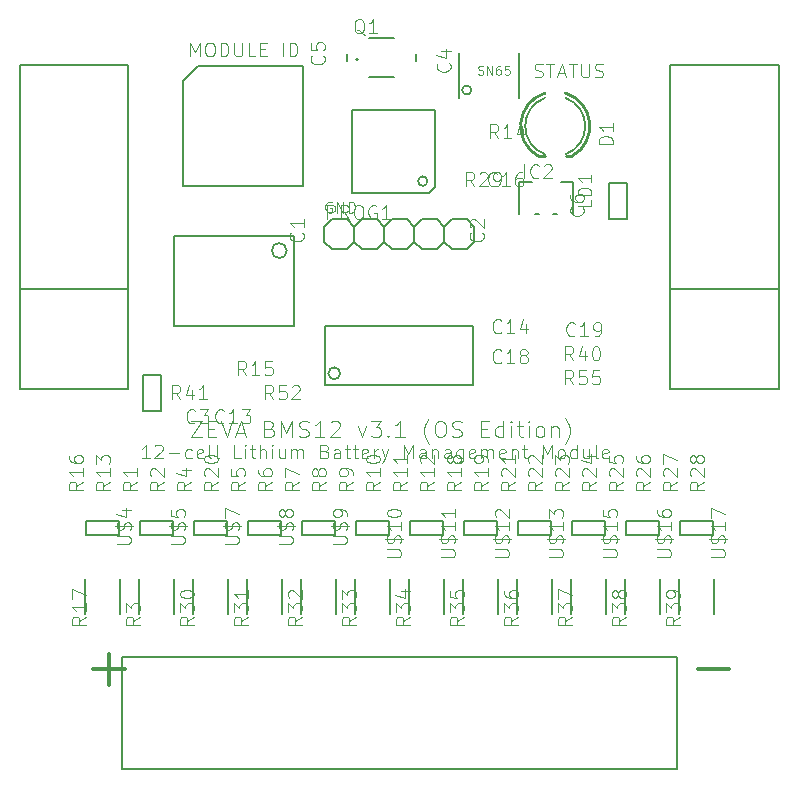
<source format=gbr>
%TF.GenerationSoftware,KiCad,Pcbnew,(6.0.10)*%
%TF.CreationDate,2023-01-23T12:48:01+01:00*%
%TF.ProjectId,BMS12v3,424d5331-3276-4332-9e6b-696361645f70,rev?*%
%TF.SameCoordinates,Original*%
%TF.FileFunction,Legend,Top*%
%TF.FilePolarity,Positive*%
%FSLAX46Y46*%
G04 Gerber Fmt 4.6, Leading zero omitted, Abs format (unit mm)*
G04 Created by KiCad (PCBNEW (6.0.10)) date 2023-01-23 12:48:01*
%MOMM*%
%LPD*%
G01*
G04 APERTURE LIST*
%ADD10C,0.304800*%
%ADD11C,0.101600*%
%ADD12C,0.121920*%
%ADD13C,0.081280*%
%ADD14C,0.093472*%
%ADD15C,0.114300*%
%ADD16C,0.150000*%
%ADD17C,0.059822*%
%ADD18C,0.127000*%
%ADD19C,0.152400*%
%ADD20C,0.254000*%
%ADD21C,0.203200*%
%ADD22C,0.182000*%
G04 APERTURE END LIST*
D10*
X122609791Y-131695371D02*
X125280420Y-131695371D01*
X123945105Y-133030685D02*
X123945105Y-130360057D01*
D11*
X127359349Y-113837961D02*
X126691692Y-113837961D01*
X127025520Y-113837961D02*
X127025520Y-112669561D01*
X126914244Y-112836476D01*
X126802968Y-112947752D01*
X126691692Y-113003390D01*
X127804454Y-112780838D02*
X127860092Y-112725200D01*
X127971368Y-112669561D01*
X128249559Y-112669561D01*
X128360835Y-112725200D01*
X128416473Y-112780838D01*
X128472111Y-112892114D01*
X128472111Y-113003390D01*
X128416473Y-113170304D01*
X127748816Y-113837961D01*
X128472111Y-113837961D01*
X128972854Y-113392857D02*
X129863063Y-113392857D01*
X130920187Y-113782323D02*
X130808911Y-113837961D01*
X130586359Y-113837961D01*
X130475082Y-113782323D01*
X130419444Y-113726685D01*
X130363806Y-113615409D01*
X130363806Y-113281580D01*
X130419444Y-113170304D01*
X130475082Y-113114666D01*
X130586359Y-113059028D01*
X130808911Y-113059028D01*
X130920187Y-113114666D01*
X131866035Y-113782323D02*
X131754759Y-113837961D01*
X131532206Y-113837961D01*
X131420930Y-113782323D01*
X131365292Y-113671047D01*
X131365292Y-113225942D01*
X131420930Y-113114666D01*
X131532206Y-113059028D01*
X131754759Y-113059028D01*
X131866035Y-113114666D01*
X131921673Y-113225942D01*
X131921673Y-113337219D01*
X131365292Y-113448495D01*
X132589330Y-113837961D02*
X132478054Y-113782323D01*
X132422416Y-113671047D01*
X132422416Y-112669561D01*
X133201349Y-113837961D02*
X133090073Y-113782323D01*
X133034435Y-113671047D01*
X133034435Y-112669561D01*
X135093044Y-113837961D02*
X134536663Y-113837961D01*
X134536663Y-112669561D01*
X135482511Y-113837961D02*
X135482511Y-113059028D01*
X135482511Y-112669561D02*
X135426873Y-112725200D01*
X135482511Y-112780838D01*
X135538149Y-112725200D01*
X135482511Y-112669561D01*
X135482511Y-112780838D01*
X135871978Y-113059028D02*
X136317082Y-113059028D01*
X136038892Y-112669561D02*
X136038892Y-113671047D01*
X136094530Y-113782323D01*
X136205806Y-113837961D01*
X136317082Y-113837961D01*
X136706549Y-113837961D02*
X136706549Y-112669561D01*
X137207292Y-113837961D02*
X137207292Y-113225942D01*
X137151654Y-113114666D01*
X137040378Y-113059028D01*
X136873463Y-113059028D01*
X136762187Y-113114666D01*
X136706549Y-113170304D01*
X137763673Y-113837961D02*
X137763673Y-113059028D01*
X137763673Y-112669561D02*
X137708035Y-112725200D01*
X137763673Y-112780838D01*
X137819311Y-112725200D01*
X137763673Y-112669561D01*
X137763673Y-112780838D01*
X138820797Y-113059028D02*
X138820797Y-113837961D01*
X138320054Y-113059028D02*
X138320054Y-113671047D01*
X138375692Y-113782323D01*
X138486968Y-113837961D01*
X138653882Y-113837961D01*
X138765159Y-113782323D01*
X138820797Y-113726685D01*
X139377178Y-113837961D02*
X139377178Y-113059028D01*
X139377178Y-113170304D02*
X139432816Y-113114666D01*
X139544092Y-113059028D01*
X139711006Y-113059028D01*
X139822282Y-113114666D01*
X139877920Y-113225942D01*
X139877920Y-113837961D01*
X139877920Y-113225942D02*
X139933559Y-113114666D01*
X140044835Y-113059028D01*
X140211749Y-113059028D01*
X140323025Y-113114666D01*
X140378663Y-113225942D01*
X140378663Y-113837961D01*
X142214720Y-113225942D02*
X142381635Y-113281580D01*
X142437273Y-113337219D01*
X142492911Y-113448495D01*
X142492911Y-113615409D01*
X142437273Y-113726685D01*
X142381635Y-113782323D01*
X142270359Y-113837961D01*
X141825254Y-113837961D01*
X141825254Y-112669561D01*
X142214720Y-112669561D01*
X142325997Y-112725200D01*
X142381635Y-112780838D01*
X142437273Y-112892114D01*
X142437273Y-113003390D01*
X142381635Y-113114666D01*
X142325997Y-113170304D01*
X142214720Y-113225942D01*
X141825254Y-113225942D01*
X143494397Y-113837961D02*
X143494397Y-113225942D01*
X143438759Y-113114666D01*
X143327482Y-113059028D01*
X143104930Y-113059028D01*
X142993654Y-113114666D01*
X143494397Y-113782323D02*
X143383120Y-113837961D01*
X143104930Y-113837961D01*
X142993654Y-113782323D01*
X142938016Y-113671047D01*
X142938016Y-113559771D01*
X142993654Y-113448495D01*
X143104930Y-113392857D01*
X143383120Y-113392857D01*
X143494397Y-113337219D01*
X143883863Y-113059028D02*
X144328968Y-113059028D01*
X144050778Y-112669561D02*
X144050778Y-113671047D01*
X144106416Y-113782323D01*
X144217692Y-113837961D01*
X144328968Y-113837961D01*
X144551520Y-113059028D02*
X144996625Y-113059028D01*
X144718435Y-112669561D02*
X144718435Y-113671047D01*
X144774073Y-113782323D01*
X144885349Y-113837961D01*
X144996625Y-113837961D01*
X145831197Y-113782323D02*
X145719920Y-113837961D01*
X145497368Y-113837961D01*
X145386092Y-113782323D01*
X145330454Y-113671047D01*
X145330454Y-113225942D01*
X145386092Y-113114666D01*
X145497368Y-113059028D01*
X145719920Y-113059028D01*
X145831197Y-113114666D01*
X145886835Y-113225942D01*
X145886835Y-113337219D01*
X145330454Y-113448495D01*
X146387578Y-113837961D02*
X146387578Y-113059028D01*
X146387578Y-113281580D02*
X146443216Y-113170304D01*
X146498854Y-113114666D01*
X146610130Y-113059028D01*
X146721406Y-113059028D01*
X146999597Y-113059028D02*
X147277787Y-113837961D01*
X147555978Y-113059028D02*
X147277787Y-113837961D01*
X147166511Y-114116152D01*
X147110873Y-114171790D01*
X146999597Y-114227428D01*
X148891292Y-113837961D02*
X148891292Y-112669561D01*
X149280759Y-113504133D01*
X149670225Y-112669561D01*
X149670225Y-113837961D01*
X150727349Y-113837961D02*
X150727349Y-113225942D01*
X150671711Y-113114666D01*
X150560435Y-113059028D01*
X150337882Y-113059028D01*
X150226606Y-113114666D01*
X150727349Y-113782323D02*
X150616073Y-113837961D01*
X150337882Y-113837961D01*
X150226606Y-113782323D01*
X150170968Y-113671047D01*
X150170968Y-113559771D01*
X150226606Y-113448495D01*
X150337882Y-113392857D01*
X150616073Y-113392857D01*
X150727349Y-113337219D01*
X151283730Y-113059028D02*
X151283730Y-113837961D01*
X151283730Y-113170304D02*
X151339368Y-113114666D01*
X151450644Y-113059028D01*
X151617559Y-113059028D01*
X151728835Y-113114666D01*
X151784473Y-113225942D01*
X151784473Y-113837961D01*
X152841597Y-113837961D02*
X152841597Y-113225942D01*
X152785959Y-113114666D01*
X152674682Y-113059028D01*
X152452130Y-113059028D01*
X152340854Y-113114666D01*
X152841597Y-113782323D02*
X152730320Y-113837961D01*
X152452130Y-113837961D01*
X152340854Y-113782323D01*
X152285216Y-113671047D01*
X152285216Y-113559771D01*
X152340854Y-113448495D01*
X152452130Y-113392857D01*
X152730320Y-113392857D01*
X152841597Y-113337219D01*
X153898720Y-113059028D02*
X153898720Y-114004876D01*
X153843082Y-114116152D01*
X153787444Y-114171790D01*
X153676168Y-114227428D01*
X153509254Y-114227428D01*
X153397978Y-114171790D01*
X153898720Y-113782323D02*
X153787444Y-113837961D01*
X153564892Y-113837961D01*
X153453616Y-113782323D01*
X153397978Y-113726685D01*
X153342340Y-113615409D01*
X153342340Y-113281580D01*
X153397978Y-113170304D01*
X153453616Y-113114666D01*
X153564892Y-113059028D01*
X153787444Y-113059028D01*
X153898720Y-113114666D01*
X154900206Y-113782323D02*
X154788930Y-113837961D01*
X154566378Y-113837961D01*
X154455101Y-113782323D01*
X154399463Y-113671047D01*
X154399463Y-113225942D01*
X154455101Y-113114666D01*
X154566378Y-113059028D01*
X154788930Y-113059028D01*
X154900206Y-113114666D01*
X154955844Y-113225942D01*
X154955844Y-113337219D01*
X154399463Y-113448495D01*
X155456587Y-113837961D02*
X155456587Y-113059028D01*
X155456587Y-113170304D02*
X155512225Y-113114666D01*
X155623501Y-113059028D01*
X155790416Y-113059028D01*
X155901692Y-113114666D01*
X155957330Y-113225942D01*
X155957330Y-113837961D01*
X155957330Y-113225942D02*
X156012968Y-113114666D01*
X156124244Y-113059028D01*
X156291159Y-113059028D01*
X156402435Y-113114666D01*
X156458073Y-113225942D01*
X156458073Y-113837961D01*
X157459559Y-113782323D02*
X157348282Y-113837961D01*
X157125730Y-113837961D01*
X157014454Y-113782323D01*
X156958816Y-113671047D01*
X156958816Y-113225942D01*
X157014454Y-113114666D01*
X157125730Y-113059028D01*
X157348282Y-113059028D01*
X157459559Y-113114666D01*
X157515197Y-113225942D01*
X157515197Y-113337219D01*
X156958816Y-113448495D01*
X158015940Y-113059028D02*
X158015940Y-113837961D01*
X158015940Y-113170304D02*
X158071578Y-113114666D01*
X158182854Y-113059028D01*
X158349768Y-113059028D01*
X158461044Y-113114666D01*
X158516682Y-113225942D01*
X158516682Y-113837961D01*
X158906149Y-113059028D02*
X159351254Y-113059028D01*
X159073063Y-112669561D02*
X159073063Y-113671047D01*
X159128701Y-113782323D01*
X159239978Y-113837961D01*
X159351254Y-113837961D01*
X160630930Y-113837961D02*
X160630930Y-112669561D01*
X161020397Y-113504133D01*
X161409863Y-112669561D01*
X161409863Y-113837961D01*
X162133159Y-113837961D02*
X162021882Y-113782323D01*
X161966244Y-113726685D01*
X161910606Y-113615409D01*
X161910606Y-113281580D01*
X161966244Y-113170304D01*
X162021882Y-113114666D01*
X162133159Y-113059028D01*
X162300073Y-113059028D01*
X162411349Y-113114666D01*
X162466987Y-113170304D01*
X162522625Y-113281580D01*
X162522625Y-113615409D01*
X162466987Y-113726685D01*
X162411349Y-113782323D01*
X162300073Y-113837961D01*
X162133159Y-113837961D01*
X163524111Y-113837961D02*
X163524111Y-112669561D01*
X163524111Y-113782323D02*
X163412835Y-113837961D01*
X163190282Y-113837961D01*
X163079006Y-113782323D01*
X163023368Y-113726685D01*
X162967730Y-113615409D01*
X162967730Y-113281580D01*
X163023368Y-113170304D01*
X163079006Y-113114666D01*
X163190282Y-113059028D01*
X163412835Y-113059028D01*
X163524111Y-113114666D01*
X164581235Y-113059028D02*
X164581235Y-113837961D01*
X164080492Y-113059028D02*
X164080492Y-113671047D01*
X164136130Y-113782323D01*
X164247406Y-113837961D01*
X164414320Y-113837961D01*
X164525597Y-113782323D01*
X164581235Y-113726685D01*
X165304530Y-113837961D02*
X165193254Y-113782323D01*
X165137616Y-113671047D01*
X165137616Y-112669561D01*
X166194739Y-113782323D02*
X166083463Y-113837961D01*
X165860911Y-113837961D01*
X165749635Y-113782323D01*
X165693997Y-113671047D01*
X165693997Y-113225942D01*
X165749635Y-113114666D01*
X165860911Y-113059028D01*
X166083463Y-113059028D01*
X166194739Y-113114666D01*
X166250378Y-113225942D01*
X166250378Y-113337219D01*
X165693997Y-113448495D01*
D10*
X173790791Y-131695371D02*
X176461420Y-131695371D01*
D12*
X130873645Y-110646754D02*
X131808365Y-110646754D01*
X130873645Y-112048834D01*
X131808365Y-112048834D01*
X132342490Y-111314411D02*
X132809850Y-111314411D01*
X133010148Y-112048834D02*
X132342490Y-112048834D01*
X132342490Y-110646754D01*
X133010148Y-110646754D01*
X133410742Y-110646754D02*
X133878102Y-112048834D01*
X134345462Y-110646754D01*
X134746056Y-111648240D02*
X135413713Y-111648240D01*
X134612525Y-112048834D02*
X135079885Y-110646754D01*
X135547245Y-112048834D01*
X137550216Y-111314411D02*
X137750513Y-111381177D01*
X137817279Y-111447942D01*
X137884045Y-111581474D01*
X137884045Y-111781771D01*
X137817279Y-111915302D01*
X137750513Y-111982068D01*
X137616982Y-112048834D01*
X137082856Y-112048834D01*
X137082856Y-110646754D01*
X137550216Y-110646754D01*
X137683748Y-110713520D01*
X137750513Y-110780285D01*
X137817279Y-110913817D01*
X137817279Y-111047348D01*
X137750513Y-111180880D01*
X137683748Y-111247645D01*
X137550216Y-111314411D01*
X137082856Y-111314411D01*
X138484936Y-112048834D02*
X138484936Y-110646754D01*
X138952296Y-111648240D01*
X139419656Y-110646754D01*
X139419656Y-112048834D01*
X140020548Y-111982068D02*
X140220845Y-112048834D01*
X140554673Y-112048834D01*
X140688205Y-111982068D01*
X140754970Y-111915302D01*
X140821736Y-111781771D01*
X140821736Y-111648240D01*
X140754970Y-111514708D01*
X140688205Y-111447942D01*
X140554673Y-111381177D01*
X140287610Y-111314411D01*
X140154079Y-111247645D01*
X140087313Y-111180880D01*
X140020548Y-111047348D01*
X140020548Y-110913817D01*
X140087313Y-110780285D01*
X140154079Y-110713520D01*
X140287610Y-110646754D01*
X140621439Y-110646754D01*
X140821736Y-110713520D01*
X142157050Y-112048834D02*
X141355862Y-112048834D01*
X141756456Y-112048834D02*
X141756456Y-110646754D01*
X141622925Y-110847051D01*
X141489393Y-110980582D01*
X141355862Y-111047348D01*
X142691176Y-110780285D02*
X142757942Y-110713520D01*
X142891473Y-110646754D01*
X143225302Y-110646754D01*
X143358833Y-110713520D01*
X143425599Y-110780285D01*
X143492365Y-110913817D01*
X143492365Y-111047348D01*
X143425599Y-111247645D01*
X142624410Y-112048834D01*
X143492365Y-112048834D01*
X145027976Y-111114114D02*
X145361805Y-112048834D01*
X145695633Y-111114114D01*
X146096228Y-110646754D02*
X146964182Y-110646754D01*
X146496822Y-111180880D01*
X146697119Y-111180880D01*
X146830650Y-111247645D01*
X146897416Y-111314411D01*
X146964182Y-111447942D01*
X146964182Y-111781771D01*
X146897416Y-111915302D01*
X146830650Y-111982068D01*
X146697119Y-112048834D01*
X146296525Y-112048834D01*
X146162993Y-111982068D01*
X146096228Y-111915302D01*
X147565073Y-111915302D02*
X147631839Y-111982068D01*
X147565073Y-112048834D01*
X147498308Y-111982068D01*
X147565073Y-111915302D01*
X147565073Y-112048834D01*
X148967153Y-112048834D02*
X148165965Y-112048834D01*
X148566559Y-112048834D02*
X148566559Y-110646754D01*
X148433028Y-110847051D01*
X148299496Y-110980582D01*
X148165965Y-111047348D01*
X151036890Y-112582960D02*
X150970125Y-112516194D01*
X150836593Y-112315897D01*
X150769828Y-112182365D01*
X150703062Y-111982068D01*
X150636296Y-111648240D01*
X150636296Y-111381177D01*
X150703062Y-111047348D01*
X150769828Y-110847051D01*
X150836593Y-110713520D01*
X150970125Y-110513222D01*
X151036890Y-110446457D01*
X151838079Y-110646754D02*
X152105142Y-110646754D01*
X152238673Y-110713520D01*
X152372205Y-110847051D01*
X152438970Y-111114114D01*
X152438970Y-111581474D01*
X152372205Y-111848537D01*
X152238673Y-111982068D01*
X152105142Y-112048834D01*
X151838079Y-112048834D01*
X151704548Y-111982068D01*
X151571016Y-111848537D01*
X151504250Y-111581474D01*
X151504250Y-111114114D01*
X151571016Y-110847051D01*
X151704548Y-110713520D01*
X151838079Y-110646754D01*
X152973096Y-111982068D02*
X153173393Y-112048834D01*
X153507222Y-112048834D01*
X153640753Y-111982068D01*
X153707519Y-111915302D01*
X153774285Y-111781771D01*
X153774285Y-111648240D01*
X153707519Y-111514708D01*
X153640753Y-111447942D01*
X153507222Y-111381177D01*
X153240159Y-111314411D01*
X153106628Y-111247645D01*
X153039862Y-111180880D01*
X152973096Y-111047348D01*
X152973096Y-110913817D01*
X153039862Y-110780285D01*
X153106628Y-110713520D01*
X153240159Y-110646754D01*
X153573988Y-110646754D01*
X153774285Y-110713520D01*
X155443428Y-111314411D02*
X155910788Y-111314411D01*
X156111085Y-112048834D02*
X155443428Y-112048834D01*
X155443428Y-110646754D01*
X156111085Y-110646754D01*
X157312868Y-112048834D02*
X157312868Y-110646754D01*
X157312868Y-111982068D02*
X157179336Y-112048834D01*
X156912273Y-112048834D01*
X156778742Y-111982068D01*
X156711976Y-111915302D01*
X156645210Y-111781771D01*
X156645210Y-111381177D01*
X156711976Y-111247645D01*
X156778742Y-111180880D01*
X156912273Y-111114114D01*
X157179336Y-111114114D01*
X157312868Y-111180880D01*
X157980525Y-112048834D02*
X157980525Y-111114114D01*
X157980525Y-110646754D02*
X157913759Y-110713520D01*
X157980525Y-110780285D01*
X158047290Y-110713520D01*
X157980525Y-110646754D01*
X157980525Y-110780285D01*
X158447885Y-111114114D02*
X158982010Y-111114114D01*
X158648182Y-110646754D02*
X158648182Y-111848537D01*
X158714948Y-111982068D01*
X158848479Y-112048834D01*
X158982010Y-112048834D01*
X159449370Y-112048834D02*
X159449370Y-111114114D01*
X159449370Y-110646754D02*
X159382605Y-110713520D01*
X159449370Y-110780285D01*
X159516136Y-110713520D01*
X159449370Y-110646754D01*
X159449370Y-110780285D01*
X160317325Y-112048834D02*
X160183793Y-111982068D01*
X160117028Y-111915302D01*
X160050262Y-111781771D01*
X160050262Y-111381177D01*
X160117028Y-111247645D01*
X160183793Y-111180880D01*
X160317325Y-111114114D01*
X160517622Y-111114114D01*
X160651153Y-111180880D01*
X160717919Y-111247645D01*
X160784685Y-111381177D01*
X160784685Y-111781771D01*
X160717919Y-111915302D01*
X160651153Y-111982068D01*
X160517622Y-112048834D01*
X160317325Y-112048834D01*
X161385576Y-111114114D02*
X161385576Y-112048834D01*
X161385576Y-111247645D02*
X161452342Y-111180880D01*
X161585873Y-111114114D01*
X161786170Y-111114114D01*
X161919702Y-111180880D01*
X161986468Y-111314411D01*
X161986468Y-112048834D01*
X162520593Y-112582960D02*
X162587359Y-112516194D01*
X162720890Y-112315897D01*
X162787656Y-112182365D01*
X162854422Y-111982068D01*
X162921188Y-111648240D01*
X162921188Y-111381177D01*
X162854422Y-111047348D01*
X162787656Y-110847051D01*
X162720890Y-110713520D01*
X162587359Y-110513222D01*
X162520593Y-110446457D01*
D13*
X142789099Y-92130880D02*
X142700078Y-92086369D01*
X142566547Y-92086369D01*
X142433015Y-92130880D01*
X142343994Y-92219900D01*
X142299484Y-92308921D01*
X142254973Y-92486963D01*
X142254973Y-92620495D01*
X142299484Y-92798537D01*
X142343994Y-92887558D01*
X142433015Y-92976579D01*
X142566547Y-93021089D01*
X142655568Y-93021089D01*
X142789099Y-92976579D01*
X142833610Y-92932068D01*
X142833610Y-92620495D01*
X142655568Y-92620495D01*
X143234204Y-93021089D02*
X143234204Y-92086369D01*
X143768330Y-93021089D01*
X143768330Y-92086369D01*
X144213434Y-93021089D02*
X144213434Y-92086369D01*
X144435987Y-92086369D01*
X144569518Y-92130880D01*
X144658539Y-92219900D01*
X144703050Y-92308921D01*
X144747560Y-92486963D01*
X144747560Y-92620495D01*
X144703050Y-92798537D01*
X144658539Y-92887558D01*
X144569518Y-92976579D01*
X144435987Y-93021089D01*
X144213434Y-93021089D01*
D11*
X159965692Y-81524323D02*
X160132606Y-81579961D01*
X160410797Y-81579961D01*
X160522073Y-81524323D01*
X160577711Y-81468685D01*
X160633349Y-81357409D01*
X160633349Y-81246133D01*
X160577711Y-81134857D01*
X160522073Y-81079219D01*
X160410797Y-81023580D01*
X160188244Y-80967942D01*
X160076968Y-80912304D01*
X160021330Y-80856666D01*
X159965692Y-80745390D01*
X159965692Y-80634114D01*
X160021330Y-80522838D01*
X160076968Y-80467200D01*
X160188244Y-80411561D01*
X160466435Y-80411561D01*
X160633349Y-80467200D01*
X160967178Y-80411561D02*
X161634835Y-80411561D01*
X161301006Y-81579961D02*
X161301006Y-80411561D01*
X161968663Y-81246133D02*
X162525044Y-81246133D01*
X161857387Y-81579961D02*
X162246854Y-80411561D01*
X162636320Y-81579961D01*
X162858873Y-80411561D02*
X163526530Y-80411561D01*
X163192701Y-81579961D02*
X163192701Y-80411561D01*
X163915997Y-80411561D02*
X163915997Y-81357409D01*
X163971635Y-81468685D01*
X164027273Y-81524323D01*
X164138549Y-81579961D01*
X164361101Y-81579961D01*
X164472378Y-81524323D01*
X164528016Y-81468685D01*
X164583654Y-81357409D01*
X164583654Y-80411561D01*
X165084397Y-81524323D02*
X165251311Y-81579961D01*
X165529501Y-81579961D01*
X165640778Y-81524323D01*
X165696416Y-81468685D01*
X165752054Y-81357409D01*
X165752054Y-81246133D01*
X165696416Y-81134857D01*
X165640778Y-81079219D01*
X165529501Y-81023580D01*
X165306949Y-80967942D01*
X165195673Y-80912304D01*
X165140035Y-80856666D01*
X165084397Y-80745390D01*
X165084397Y-80634114D01*
X165140035Y-80522838D01*
X165195673Y-80467200D01*
X165306949Y-80411561D01*
X165585140Y-80411561D01*
X165752054Y-80467200D01*
X130811330Y-79801961D02*
X130811330Y-78633561D01*
X131200797Y-79468133D01*
X131590263Y-78633561D01*
X131590263Y-79801961D01*
X132369197Y-78633561D02*
X132591749Y-78633561D01*
X132703025Y-78689200D01*
X132814301Y-78800476D01*
X132869940Y-79023028D01*
X132869940Y-79412495D01*
X132814301Y-79635047D01*
X132703025Y-79746323D01*
X132591749Y-79801961D01*
X132369197Y-79801961D01*
X132257920Y-79746323D01*
X132146644Y-79635047D01*
X132091006Y-79412495D01*
X132091006Y-79023028D01*
X132146644Y-78800476D01*
X132257920Y-78689200D01*
X132369197Y-78633561D01*
X133370682Y-79801961D02*
X133370682Y-78633561D01*
X133648873Y-78633561D01*
X133815787Y-78689200D01*
X133927063Y-78800476D01*
X133982701Y-78911752D01*
X134038340Y-79134304D01*
X134038340Y-79301219D01*
X133982701Y-79523771D01*
X133927063Y-79635047D01*
X133815787Y-79746323D01*
X133648873Y-79801961D01*
X133370682Y-79801961D01*
X134539082Y-78633561D02*
X134539082Y-79579409D01*
X134594720Y-79690685D01*
X134650359Y-79746323D01*
X134761635Y-79801961D01*
X134984187Y-79801961D01*
X135095463Y-79746323D01*
X135151101Y-79690685D01*
X135206740Y-79579409D01*
X135206740Y-78633561D01*
X136319501Y-79801961D02*
X135763120Y-79801961D01*
X135763120Y-78633561D01*
X136708968Y-79189942D02*
X137098435Y-79189942D01*
X137265349Y-79801961D02*
X136708968Y-79801961D01*
X136708968Y-78633561D01*
X137265349Y-78633561D01*
X138656301Y-79801961D02*
X138656301Y-78633561D01*
X139212682Y-79801961D02*
X139212682Y-78633561D01*
X139490873Y-78633561D01*
X139657787Y-78689200D01*
X139769063Y-78800476D01*
X139824701Y-78911752D01*
X139880340Y-79134304D01*
X139880340Y-79301219D01*
X139824701Y-79523771D01*
X139769063Y-79635047D01*
X139657787Y-79746323D01*
X139490873Y-79801961D01*
X139212682Y-79801961D01*
D14*
%TO.C,R5*%
X135444338Y-115801415D02*
X134884087Y-116193591D01*
X135444338Y-116473717D02*
X134267810Y-116473717D01*
X134267810Y-116025516D01*
X134323836Y-115913466D01*
X134379861Y-115857440D01*
X134491911Y-115801415D01*
X134659986Y-115801415D01*
X134772037Y-115857440D01*
X134828062Y-115913466D01*
X134884087Y-116025516D01*
X134884087Y-116473717D01*
X134267810Y-114736938D02*
X134267810Y-115297189D01*
X134828062Y-115353214D01*
X134772037Y-115297189D01*
X134716012Y-115185139D01*
X134716012Y-114905013D01*
X134772037Y-114792963D01*
X134828062Y-114736938D01*
X134940112Y-114680912D01*
X135220238Y-114680912D01*
X135332288Y-114736938D01*
X135388313Y-114792963D01*
X135444338Y-114905013D01*
X135444338Y-115185139D01*
X135388313Y-115297189D01*
X135332288Y-115353214D01*
%TO.C,U$11*%
X152047810Y-122205292D02*
X153000238Y-122205292D01*
X153112288Y-122149267D01*
X153168313Y-122093242D01*
X153224338Y-121981192D01*
X153224338Y-121757091D01*
X153168313Y-121645041D01*
X153112288Y-121589016D01*
X153000238Y-121532991D01*
X152047810Y-121532991D01*
X153168313Y-121028764D02*
X153224338Y-120860689D01*
X153224338Y-120580563D01*
X153168313Y-120468513D01*
X153112288Y-120412488D01*
X153000238Y-120356463D01*
X152888188Y-120356463D01*
X152776137Y-120412488D01*
X152720112Y-120468513D01*
X152664087Y-120580563D01*
X152608062Y-120804664D01*
X152552037Y-120916714D01*
X152496012Y-120972739D01*
X152383961Y-121028764D01*
X152271911Y-121028764D01*
X152159861Y-120972739D01*
X152103836Y-120916714D01*
X152047810Y-120804664D01*
X152047810Y-120524538D01*
X152103836Y-120356463D01*
X151879735Y-120692613D02*
X153392414Y-120692613D01*
X153224338Y-119235960D02*
X153224338Y-119908261D01*
X153224338Y-119572111D02*
X152047810Y-119572111D01*
X152215886Y-119684161D01*
X152327936Y-119796211D01*
X152383961Y-119908261D01*
X153224338Y-118115457D02*
X153224338Y-118787759D01*
X153224338Y-118451608D02*
X152047810Y-118451608D01*
X152215886Y-118563658D01*
X152327936Y-118675708D01*
X152383961Y-118787759D01*
%TO.C,R9*%
X144588338Y-115801415D02*
X144028087Y-116193591D01*
X144588338Y-116473717D02*
X143411810Y-116473717D01*
X143411810Y-116025516D01*
X143467836Y-115913466D01*
X143523861Y-115857440D01*
X143635911Y-115801415D01*
X143803986Y-115801415D01*
X143916037Y-115857440D01*
X143972062Y-115913466D01*
X144028087Y-116025516D01*
X144028087Y-116473717D01*
X144588338Y-115241164D02*
X144588338Y-115017063D01*
X144532313Y-114905013D01*
X144476288Y-114848988D01*
X144308213Y-114736938D01*
X144084112Y-114680912D01*
X143635911Y-114680912D01*
X143523861Y-114736938D01*
X143467836Y-114792963D01*
X143411810Y-114905013D01*
X143411810Y-115129114D01*
X143467836Y-115241164D01*
X143523861Y-115297189D01*
X143635911Y-115353214D01*
X143916037Y-115353214D01*
X144028087Y-115297189D01*
X144084112Y-115241164D01*
X144140137Y-115129114D01*
X144140137Y-114905013D01*
X144084112Y-114792963D01*
X144028087Y-114736938D01*
X143916037Y-114680912D01*
%TO.C,R35*%
X153986338Y-127231415D02*
X153426087Y-127623591D01*
X153986338Y-127903717D02*
X152809810Y-127903717D01*
X152809810Y-127455516D01*
X152865836Y-127343466D01*
X152921861Y-127287440D01*
X153033911Y-127231415D01*
X153201986Y-127231415D01*
X153314037Y-127287440D01*
X153370062Y-127343466D01*
X153426087Y-127455516D01*
X153426087Y-127903717D01*
X152809810Y-126839239D02*
X152809810Y-126110912D01*
X153258012Y-126503088D01*
X153258012Y-126335013D01*
X153314037Y-126222963D01*
X153370062Y-126166938D01*
X153482112Y-126110912D01*
X153762238Y-126110912D01*
X153874288Y-126166938D01*
X153930313Y-126222963D01*
X153986338Y-126335013D01*
X153986338Y-126671164D01*
X153930313Y-126783214D01*
X153874288Y-126839239D01*
X152809810Y-125046435D02*
X152809810Y-125606686D01*
X153370062Y-125662711D01*
X153314037Y-125606686D01*
X153258012Y-125494636D01*
X153258012Y-125214510D01*
X153314037Y-125102460D01*
X153370062Y-125046435D01*
X153482112Y-124990410D01*
X153762238Y-124990410D01*
X153874288Y-125046435D01*
X153930313Y-125102460D01*
X153986338Y-125214510D01*
X153986338Y-125494636D01*
X153930313Y-125606686D01*
X153874288Y-125662711D01*
%TO.C,R14*%
X156880284Y-86739838D02*
X156488108Y-86179587D01*
X156207982Y-86739838D02*
X156207982Y-85563310D01*
X156656183Y-85563310D01*
X156768233Y-85619336D01*
X156824259Y-85675361D01*
X156880284Y-85787411D01*
X156880284Y-85955486D01*
X156824259Y-86067537D01*
X156768233Y-86123562D01*
X156656183Y-86179587D01*
X156207982Y-86179587D01*
X158000787Y-86739838D02*
X157328485Y-86739838D01*
X157664636Y-86739838D02*
X157664636Y-85563310D01*
X157552585Y-85731386D01*
X157440535Y-85843436D01*
X157328485Y-85899461D01*
X159009239Y-85955486D02*
X159009239Y-86739838D01*
X158729113Y-85507285D02*
X158448988Y-86347662D01*
X159177315Y-86347662D01*
D15*
%TO.C,PROG1*%
X142424361Y-93537616D02*
X142424361Y-92381916D01*
X142864628Y-92381916D01*
X142974695Y-92436950D01*
X143029728Y-92491983D01*
X143084761Y-92602050D01*
X143084761Y-92767150D01*
X143029728Y-92877216D01*
X142974695Y-92932250D01*
X142864628Y-92987283D01*
X142424361Y-92987283D01*
X144240461Y-93537616D02*
X143855228Y-92987283D01*
X143580061Y-93537616D02*
X143580061Y-92381916D01*
X144020328Y-92381916D01*
X144130395Y-92436950D01*
X144185428Y-92491983D01*
X144240461Y-92602050D01*
X144240461Y-92767150D01*
X144185428Y-92877216D01*
X144130395Y-92932250D01*
X144020328Y-92987283D01*
X143580061Y-92987283D01*
X144955895Y-92381916D02*
X145176028Y-92381916D01*
X145286095Y-92436950D01*
X145396161Y-92547016D01*
X145451195Y-92767150D01*
X145451195Y-93152383D01*
X145396161Y-93372516D01*
X145286095Y-93482583D01*
X145176028Y-93537616D01*
X144955895Y-93537616D01*
X144845828Y-93482583D01*
X144735761Y-93372516D01*
X144680728Y-93152383D01*
X144680728Y-92767150D01*
X144735761Y-92547016D01*
X144845828Y-92436950D01*
X144955895Y-92381916D01*
X146551861Y-92436950D02*
X146441795Y-92381916D01*
X146276695Y-92381916D01*
X146111595Y-92436950D01*
X146001528Y-92547016D01*
X145946495Y-92657083D01*
X145891461Y-92877216D01*
X145891461Y-93042316D01*
X145946495Y-93262450D01*
X146001528Y-93372516D01*
X146111595Y-93482583D01*
X146276695Y-93537616D01*
X146386761Y-93537616D01*
X146551861Y-93482583D01*
X146606895Y-93427550D01*
X146606895Y-93042316D01*
X146386761Y-93042316D01*
X147707561Y-93537616D02*
X147047161Y-93537616D01*
X147377361Y-93537616D02*
X147377361Y-92381916D01*
X147267295Y-92547016D01*
X147157228Y-92657083D01*
X147047161Y-92712116D01*
D16*
%TO.C,@HOLE0*%
D15*
%TO.C,LD1*%
X164771916Y-91950328D02*
X164771916Y-92500661D01*
X163616216Y-92500661D01*
X164771916Y-91565095D02*
X163616216Y-91565095D01*
X163616216Y-91289928D01*
X163671250Y-91124828D01*
X163781316Y-91014761D01*
X163891383Y-90959728D01*
X164111516Y-90904695D01*
X164276616Y-90904695D01*
X164496750Y-90959728D01*
X164606816Y-91014761D01*
X164716883Y-91124828D01*
X164771916Y-91289928D01*
X164771916Y-91565095D01*
X164771916Y-89804028D02*
X164771916Y-90464428D01*
X164771916Y-90134228D02*
X163616216Y-90134228D01*
X163781316Y-90244295D01*
X163891383Y-90354361D01*
X163946416Y-90464428D01*
D14*
%TO.C,IC2*%
X159082982Y-90126838D02*
X159082982Y-88950310D01*
X160315535Y-90014788D02*
X160259510Y-90070813D01*
X160091435Y-90126838D01*
X159979384Y-90126838D01*
X159811309Y-90070813D01*
X159699259Y-89958763D01*
X159643233Y-89846713D01*
X159587208Y-89622612D01*
X159587208Y-89454537D01*
X159643233Y-89230436D01*
X159699259Y-89118386D01*
X159811309Y-89006336D01*
X159979384Y-88950310D01*
X160091435Y-88950310D01*
X160259510Y-89006336D01*
X160315535Y-89062361D01*
X160763736Y-89062361D02*
X160819761Y-89006336D01*
X160931812Y-88950310D01*
X161211937Y-88950310D01*
X161323988Y-89006336D01*
X161380013Y-89062361D01*
X161436038Y-89174411D01*
X161436038Y-89286461D01*
X161380013Y-89454537D01*
X160707711Y-90126838D01*
X161436038Y-90126838D01*
%TO.C,R4*%
X130872338Y-115801415D02*
X130312087Y-116193591D01*
X130872338Y-116473717D02*
X129695810Y-116473717D01*
X129695810Y-116025516D01*
X129751836Y-115913466D01*
X129807861Y-115857440D01*
X129919911Y-115801415D01*
X130087986Y-115801415D01*
X130200037Y-115857440D01*
X130256062Y-115913466D01*
X130312087Y-116025516D01*
X130312087Y-116473717D01*
X130087986Y-114792963D02*
X130872338Y-114792963D01*
X129639785Y-115073088D02*
X130480162Y-115353214D01*
X130480162Y-114624887D01*
%TO.C,C14*%
X157134284Y-103137788D02*
X157078259Y-103193813D01*
X156910183Y-103249838D01*
X156798133Y-103249838D01*
X156630057Y-103193813D01*
X156518007Y-103081763D01*
X156461982Y-102969713D01*
X156405957Y-102745612D01*
X156405957Y-102577537D01*
X156461982Y-102353436D01*
X156518007Y-102241386D01*
X156630057Y-102129336D01*
X156798133Y-102073310D01*
X156910183Y-102073310D01*
X157078259Y-102129336D01*
X157134284Y-102185361D01*
X158254787Y-103249838D02*
X157582485Y-103249838D01*
X157918636Y-103249838D02*
X157918636Y-102073310D01*
X157806585Y-102241386D01*
X157694535Y-102353436D01*
X157582485Y-102409461D01*
X159263239Y-102465486D02*
X159263239Y-103249838D01*
X158983113Y-102017285D02*
X158702988Y-102857662D01*
X159431315Y-102857662D01*
%TO.C,R41*%
X129973236Y-108837838D02*
X129581060Y-108277587D01*
X129300935Y-108837838D02*
X129300935Y-107661310D01*
X129749136Y-107661310D01*
X129861186Y-107717336D01*
X129917211Y-107773361D01*
X129973236Y-107885411D01*
X129973236Y-108053486D01*
X129917211Y-108165537D01*
X129861186Y-108221562D01*
X129749136Y-108277587D01*
X129300935Y-108277587D01*
X130981689Y-108053486D02*
X130981689Y-108837838D01*
X130701563Y-107605285D02*
X130421438Y-108445662D01*
X131149764Y-108445662D01*
X132214242Y-108837838D02*
X131541940Y-108837838D01*
X131878091Y-108837838D02*
X131878091Y-107661310D01*
X131766041Y-107829386D01*
X131653991Y-107941436D01*
X131541940Y-107997461D01*
%TO.C,U$13*%
X161191810Y-122205292D02*
X162144238Y-122205292D01*
X162256288Y-122149267D01*
X162312313Y-122093242D01*
X162368338Y-121981192D01*
X162368338Y-121757091D01*
X162312313Y-121645041D01*
X162256288Y-121589016D01*
X162144238Y-121532991D01*
X161191810Y-121532991D01*
X162312313Y-121028764D02*
X162368338Y-120860689D01*
X162368338Y-120580563D01*
X162312313Y-120468513D01*
X162256288Y-120412488D01*
X162144238Y-120356463D01*
X162032188Y-120356463D01*
X161920137Y-120412488D01*
X161864112Y-120468513D01*
X161808087Y-120580563D01*
X161752062Y-120804664D01*
X161696037Y-120916714D01*
X161640012Y-120972739D01*
X161527961Y-121028764D01*
X161415911Y-121028764D01*
X161303861Y-120972739D01*
X161247836Y-120916714D01*
X161191810Y-120804664D01*
X161191810Y-120524538D01*
X161247836Y-120356463D01*
X161023735Y-120692613D02*
X162536414Y-120692613D01*
X162368338Y-119235960D02*
X162368338Y-119908261D01*
X162368338Y-119572111D02*
X161191810Y-119572111D01*
X161359886Y-119684161D01*
X161471936Y-119796211D01*
X161527961Y-119908261D01*
X161191810Y-118843784D02*
X161191810Y-118115457D01*
X161640012Y-118507633D01*
X161640012Y-118339557D01*
X161696037Y-118227507D01*
X161752062Y-118171482D01*
X161864112Y-118115457D01*
X162144238Y-118115457D01*
X162256288Y-118171482D01*
X162312313Y-118227507D01*
X162368338Y-118339557D01*
X162368338Y-118675708D01*
X162312313Y-118787759D01*
X162256288Y-118843784D01*
%TO.C,R31*%
X135698338Y-127231415D02*
X135138087Y-127623591D01*
X135698338Y-127903717D02*
X134521810Y-127903717D01*
X134521810Y-127455516D01*
X134577836Y-127343466D01*
X134633861Y-127287440D01*
X134745911Y-127231415D01*
X134913986Y-127231415D01*
X135026037Y-127287440D01*
X135082062Y-127343466D01*
X135138087Y-127455516D01*
X135138087Y-127903717D01*
X134521810Y-126839239D02*
X134521810Y-126110912D01*
X134970012Y-126503088D01*
X134970012Y-126335013D01*
X135026037Y-126222963D01*
X135082062Y-126166938D01*
X135194112Y-126110912D01*
X135474238Y-126110912D01*
X135586288Y-126166938D01*
X135642313Y-126222963D01*
X135698338Y-126335013D01*
X135698338Y-126671164D01*
X135642313Y-126783214D01*
X135586288Y-126839239D01*
X135698338Y-124990410D02*
X135698338Y-125662711D01*
X135698338Y-125326560D02*
X134521810Y-125326560D01*
X134689886Y-125438611D01*
X134801936Y-125550661D01*
X134857961Y-125662711D01*
%TO.C,R24*%
X165162338Y-115801415D02*
X164602087Y-116193591D01*
X165162338Y-116473717D02*
X163985810Y-116473717D01*
X163985810Y-116025516D01*
X164041836Y-115913466D01*
X164097861Y-115857440D01*
X164209911Y-115801415D01*
X164377986Y-115801415D01*
X164490037Y-115857440D01*
X164546062Y-115913466D01*
X164602087Y-116025516D01*
X164602087Y-116473717D01*
X164097861Y-115353214D02*
X164041836Y-115297189D01*
X163985810Y-115185139D01*
X163985810Y-114905013D01*
X164041836Y-114792963D01*
X164097861Y-114736938D01*
X164209911Y-114680912D01*
X164321961Y-114680912D01*
X164490037Y-114736938D01*
X165162338Y-115409239D01*
X165162338Y-114680912D01*
X164377986Y-113672460D02*
X165162338Y-113672460D01*
X163929785Y-113952586D02*
X164770162Y-114232711D01*
X164770162Y-113504384D01*
%TO.C,R30*%
X131126338Y-127231415D02*
X130566087Y-127623591D01*
X131126338Y-127903717D02*
X129949810Y-127903717D01*
X129949810Y-127455516D01*
X130005836Y-127343466D01*
X130061861Y-127287440D01*
X130173911Y-127231415D01*
X130341986Y-127231415D01*
X130454037Y-127287440D01*
X130510062Y-127343466D01*
X130566087Y-127455516D01*
X130566087Y-127903717D01*
X129949810Y-126839239D02*
X129949810Y-126110912D01*
X130398012Y-126503088D01*
X130398012Y-126335013D01*
X130454037Y-126222963D01*
X130510062Y-126166938D01*
X130622112Y-126110912D01*
X130902238Y-126110912D01*
X131014288Y-126166938D01*
X131070313Y-126222963D01*
X131126338Y-126335013D01*
X131126338Y-126671164D01*
X131070313Y-126783214D01*
X131014288Y-126839239D01*
X129949810Y-125382586D02*
X129949810Y-125270535D01*
X130005836Y-125158485D01*
X130061861Y-125102460D01*
X130173911Y-125046435D01*
X130398012Y-124990410D01*
X130678137Y-124990410D01*
X130902238Y-125046435D01*
X131014288Y-125102460D01*
X131070313Y-125158485D01*
X131126338Y-125270535D01*
X131126338Y-125382586D01*
X131070313Y-125494636D01*
X131014288Y-125550661D01*
X130902238Y-125606686D01*
X130678137Y-125662711D01*
X130398012Y-125662711D01*
X130173911Y-125606686D01*
X130061861Y-125550661D01*
X130005836Y-125494636D01*
X129949810Y-125382586D01*
%TO.C,U$9*%
X142903810Y-121084789D02*
X143856238Y-121084789D01*
X143968288Y-121028764D01*
X144024313Y-120972739D01*
X144080338Y-120860689D01*
X144080338Y-120636588D01*
X144024313Y-120524538D01*
X143968288Y-120468513D01*
X143856238Y-120412488D01*
X142903810Y-120412488D01*
X144024313Y-119908261D02*
X144080338Y-119740186D01*
X144080338Y-119460060D01*
X144024313Y-119348010D01*
X143968288Y-119291985D01*
X143856238Y-119235960D01*
X143744188Y-119235960D01*
X143632137Y-119291985D01*
X143576112Y-119348010D01*
X143520087Y-119460060D01*
X143464062Y-119684161D01*
X143408037Y-119796211D01*
X143352012Y-119852236D01*
X143239961Y-119908261D01*
X143127911Y-119908261D01*
X143015861Y-119852236D01*
X142959836Y-119796211D01*
X142903810Y-119684161D01*
X142903810Y-119404035D01*
X142959836Y-119235960D01*
X142735735Y-119572111D02*
X144248414Y-119572111D01*
X144080338Y-118675708D02*
X144080338Y-118451608D01*
X144024313Y-118339557D01*
X143968288Y-118283532D01*
X143800213Y-118171482D01*
X143576112Y-118115457D01*
X143127911Y-118115457D01*
X143015861Y-118171482D01*
X142959836Y-118227507D01*
X142903810Y-118339557D01*
X142903810Y-118563658D01*
X142959836Y-118675708D01*
X143015861Y-118731733D01*
X143127911Y-118787759D01*
X143408037Y-118787759D01*
X143520087Y-118731733D01*
X143576112Y-118675708D01*
X143632137Y-118563658D01*
X143632137Y-118339557D01*
X143576112Y-118227507D01*
X143520087Y-118171482D01*
X143408037Y-118115457D01*
%TO.C,R40*%
X163247236Y-105535838D02*
X162855060Y-104975587D01*
X162574935Y-105535838D02*
X162574935Y-104359310D01*
X163023136Y-104359310D01*
X163135186Y-104415336D01*
X163191211Y-104471361D01*
X163247236Y-104583411D01*
X163247236Y-104751486D01*
X163191211Y-104863537D01*
X163135186Y-104919562D01*
X163023136Y-104975587D01*
X162574935Y-104975587D01*
X164255689Y-104751486D02*
X164255689Y-105535838D01*
X163975563Y-104303285D02*
X163695438Y-105143662D01*
X164423764Y-105143662D01*
X165096066Y-104359310D02*
X165208116Y-104359310D01*
X165320167Y-104415336D01*
X165376192Y-104471361D01*
X165432217Y-104583411D01*
X165488242Y-104807512D01*
X165488242Y-105087637D01*
X165432217Y-105311738D01*
X165376192Y-105423788D01*
X165320167Y-105479813D01*
X165208116Y-105535838D01*
X165096066Y-105535838D01*
X164984016Y-105479813D01*
X164927991Y-105423788D01*
X164871966Y-105311738D01*
X164815940Y-105087637D01*
X164815940Y-104807512D01*
X164871966Y-104583411D01*
X164927991Y-104471361D01*
X164984016Y-104415336D01*
X165096066Y-104359310D01*
%TO.C,R15*%
X135544284Y-106805838D02*
X135152108Y-106245587D01*
X134871982Y-106805838D02*
X134871982Y-105629310D01*
X135320183Y-105629310D01*
X135432233Y-105685336D01*
X135488259Y-105741361D01*
X135544284Y-105853411D01*
X135544284Y-106021486D01*
X135488259Y-106133537D01*
X135432233Y-106189562D01*
X135320183Y-106245587D01*
X134871982Y-106245587D01*
X136664787Y-106805838D02*
X135992485Y-106805838D01*
X136328636Y-106805838D02*
X136328636Y-105629310D01*
X136216585Y-105797386D01*
X136104535Y-105909436D01*
X135992485Y-105965461D01*
X137729264Y-105629310D02*
X137169013Y-105629310D01*
X137112988Y-106189562D01*
X137169013Y-106133537D01*
X137281063Y-106077512D01*
X137561189Y-106077512D01*
X137673239Y-106133537D01*
X137729264Y-106189562D01*
X137785289Y-106301612D01*
X137785289Y-106581738D01*
X137729264Y-106693788D01*
X137673239Y-106749813D01*
X137561189Y-106805838D01*
X137281063Y-106805838D01*
X137169013Y-106749813D01*
X137112988Y-106693788D01*
%TO.C,U$17*%
X174907810Y-122205292D02*
X175860238Y-122205292D01*
X175972288Y-122149267D01*
X176028313Y-122093242D01*
X176084338Y-121981192D01*
X176084338Y-121757091D01*
X176028313Y-121645041D01*
X175972288Y-121589016D01*
X175860238Y-121532991D01*
X174907810Y-121532991D01*
X176028313Y-121028764D02*
X176084338Y-120860689D01*
X176084338Y-120580563D01*
X176028313Y-120468513D01*
X175972288Y-120412488D01*
X175860238Y-120356463D01*
X175748188Y-120356463D01*
X175636137Y-120412488D01*
X175580112Y-120468513D01*
X175524087Y-120580563D01*
X175468062Y-120804664D01*
X175412037Y-120916714D01*
X175356012Y-120972739D01*
X175243961Y-121028764D01*
X175131911Y-121028764D01*
X175019861Y-120972739D01*
X174963836Y-120916714D01*
X174907810Y-120804664D01*
X174907810Y-120524538D01*
X174963836Y-120356463D01*
X174739735Y-120692613D02*
X176252414Y-120692613D01*
X176084338Y-119235960D02*
X176084338Y-119908261D01*
X176084338Y-119572111D02*
X174907810Y-119572111D01*
X175075886Y-119684161D01*
X175187936Y-119796211D01*
X175243961Y-119908261D01*
X174907810Y-118843784D02*
X174907810Y-118059432D01*
X176084338Y-118563658D01*
%TO.C,C5*%
X142063288Y-79733415D02*
X142119313Y-79789440D01*
X142175338Y-79957516D01*
X142175338Y-80069566D01*
X142119313Y-80237642D01*
X142007263Y-80349692D01*
X141895213Y-80405717D01*
X141671112Y-80461742D01*
X141503037Y-80461742D01*
X141278936Y-80405717D01*
X141166886Y-80349692D01*
X141054836Y-80237642D01*
X140998810Y-80069566D01*
X140998810Y-79957516D01*
X141054836Y-79789440D01*
X141110861Y-79733415D01*
X140998810Y-78668938D02*
X140998810Y-79229189D01*
X141559062Y-79285214D01*
X141503037Y-79229189D01*
X141447012Y-79117139D01*
X141447012Y-78837013D01*
X141503037Y-78724963D01*
X141559062Y-78668938D01*
X141671112Y-78612912D01*
X141951238Y-78612912D01*
X142063288Y-78668938D01*
X142119313Y-78724963D01*
X142175338Y-78837013D01*
X142175338Y-79117139D01*
X142119313Y-79229189D01*
X142063288Y-79285214D01*
%TO.C,R1*%
X126300338Y-115801415D02*
X125740087Y-116193591D01*
X126300338Y-116473717D02*
X125123810Y-116473717D01*
X125123810Y-116025516D01*
X125179836Y-115913466D01*
X125235861Y-115857440D01*
X125347911Y-115801415D01*
X125515986Y-115801415D01*
X125628037Y-115857440D01*
X125684062Y-115913466D01*
X125740087Y-116025516D01*
X125740087Y-116473717D01*
X126300338Y-114680912D02*
X126300338Y-115353214D01*
X126300338Y-115017063D02*
X125123810Y-115017063D01*
X125291886Y-115129114D01*
X125403936Y-115241164D01*
X125459961Y-115353214D01*
%TO.C,R8*%
X142302338Y-115801415D02*
X141742087Y-116193591D01*
X142302338Y-116473717D02*
X141125810Y-116473717D01*
X141125810Y-116025516D01*
X141181836Y-115913466D01*
X141237861Y-115857440D01*
X141349911Y-115801415D01*
X141517986Y-115801415D01*
X141630037Y-115857440D01*
X141686062Y-115913466D01*
X141742087Y-116025516D01*
X141742087Y-116473717D01*
X141630037Y-115129114D02*
X141574012Y-115241164D01*
X141517986Y-115297189D01*
X141405936Y-115353214D01*
X141349911Y-115353214D01*
X141237861Y-115297189D01*
X141181836Y-115241164D01*
X141125810Y-115129114D01*
X141125810Y-114905013D01*
X141181836Y-114792963D01*
X141237861Y-114736938D01*
X141349911Y-114680912D01*
X141405936Y-114680912D01*
X141517986Y-114736938D01*
X141574012Y-114792963D01*
X141630037Y-114905013D01*
X141630037Y-115129114D01*
X141686062Y-115241164D01*
X141742087Y-115297189D01*
X141854137Y-115353214D01*
X142078238Y-115353214D01*
X142190288Y-115297189D01*
X142246313Y-115241164D01*
X142302338Y-115129114D01*
X142302338Y-114905013D01*
X142246313Y-114792963D01*
X142190288Y-114736938D01*
X142078238Y-114680912D01*
X141854137Y-114680912D01*
X141742087Y-114736938D01*
X141686062Y-114792963D01*
X141630037Y-114905013D01*
%TO.C,R17*%
X121982338Y-127231415D02*
X121422087Y-127623591D01*
X121982338Y-127903717D02*
X120805810Y-127903717D01*
X120805810Y-127455516D01*
X120861836Y-127343466D01*
X120917861Y-127287440D01*
X121029911Y-127231415D01*
X121197986Y-127231415D01*
X121310037Y-127287440D01*
X121366062Y-127343466D01*
X121422087Y-127455516D01*
X121422087Y-127903717D01*
X121982338Y-126110912D02*
X121982338Y-126783214D01*
X121982338Y-126447063D02*
X120805810Y-126447063D01*
X120973886Y-126559114D01*
X121085936Y-126671164D01*
X121141961Y-126783214D01*
X120805810Y-125718736D02*
X120805810Y-124934384D01*
X121982338Y-125438611D01*
%TO.C,R29*%
X154865236Y-90803838D02*
X154473060Y-90243587D01*
X154192935Y-90803838D02*
X154192935Y-89627310D01*
X154641136Y-89627310D01*
X154753186Y-89683336D01*
X154809211Y-89739361D01*
X154865236Y-89851411D01*
X154865236Y-90019486D01*
X154809211Y-90131537D01*
X154753186Y-90187562D01*
X154641136Y-90243587D01*
X154192935Y-90243587D01*
X155313438Y-89739361D02*
X155369463Y-89683336D01*
X155481513Y-89627310D01*
X155761639Y-89627310D01*
X155873689Y-89683336D01*
X155929714Y-89739361D01*
X155985739Y-89851411D01*
X155985739Y-89963461D01*
X155929714Y-90131537D01*
X155257412Y-90803838D01*
X155985739Y-90803838D01*
X156545991Y-90803838D02*
X156770091Y-90803838D01*
X156882142Y-90747813D01*
X156938167Y-90691788D01*
X157050217Y-90523713D01*
X157106242Y-90299612D01*
X157106242Y-89851411D01*
X157050217Y-89739361D01*
X156994192Y-89683336D01*
X156882142Y-89627310D01*
X156658041Y-89627310D01*
X156545991Y-89683336D01*
X156489966Y-89739361D01*
X156433940Y-89851411D01*
X156433940Y-90131537D01*
X156489966Y-90243587D01*
X156545991Y-90299612D01*
X156658041Y-90355637D01*
X156882142Y-90355637D01*
X156994192Y-90299612D01*
X157050217Y-90243587D01*
X157106242Y-90131537D01*
%TO.C,U$5*%
X129187810Y-121084789D02*
X130140238Y-121084789D01*
X130252288Y-121028764D01*
X130308313Y-120972739D01*
X130364338Y-120860689D01*
X130364338Y-120636588D01*
X130308313Y-120524538D01*
X130252288Y-120468513D01*
X130140238Y-120412488D01*
X129187810Y-120412488D01*
X130308313Y-119908261D02*
X130364338Y-119740186D01*
X130364338Y-119460060D01*
X130308313Y-119348010D01*
X130252288Y-119291985D01*
X130140238Y-119235960D01*
X130028188Y-119235960D01*
X129916137Y-119291985D01*
X129860112Y-119348010D01*
X129804087Y-119460060D01*
X129748062Y-119684161D01*
X129692037Y-119796211D01*
X129636012Y-119852236D01*
X129523961Y-119908261D01*
X129411911Y-119908261D01*
X129299861Y-119852236D01*
X129243836Y-119796211D01*
X129187810Y-119684161D01*
X129187810Y-119404035D01*
X129243836Y-119235960D01*
X129019735Y-119572111D02*
X130532414Y-119572111D01*
X129187810Y-118171482D02*
X129187810Y-118731733D01*
X129748062Y-118787759D01*
X129692037Y-118731733D01*
X129636012Y-118619683D01*
X129636012Y-118339557D01*
X129692037Y-118227507D01*
X129748062Y-118171482D01*
X129860112Y-118115457D01*
X130140238Y-118115457D01*
X130252288Y-118171482D01*
X130308313Y-118227507D01*
X130364338Y-118339557D01*
X130364338Y-118619683D01*
X130308313Y-118731733D01*
X130252288Y-118787759D01*
%TO.C,R28*%
X174306338Y-115801415D02*
X173746087Y-116193591D01*
X174306338Y-116473717D02*
X173129810Y-116473717D01*
X173129810Y-116025516D01*
X173185836Y-115913466D01*
X173241861Y-115857440D01*
X173353911Y-115801415D01*
X173521986Y-115801415D01*
X173634037Y-115857440D01*
X173690062Y-115913466D01*
X173746087Y-116025516D01*
X173746087Y-116473717D01*
X173241861Y-115353214D02*
X173185836Y-115297189D01*
X173129810Y-115185139D01*
X173129810Y-114905013D01*
X173185836Y-114792963D01*
X173241861Y-114736938D01*
X173353911Y-114680912D01*
X173465961Y-114680912D01*
X173634037Y-114736938D01*
X174306338Y-115409239D01*
X174306338Y-114680912D01*
X173634037Y-114008611D02*
X173578012Y-114120661D01*
X173521986Y-114176686D01*
X173409936Y-114232711D01*
X173353911Y-114232711D01*
X173241861Y-114176686D01*
X173185836Y-114120661D01*
X173129810Y-114008611D01*
X173129810Y-113784510D01*
X173185836Y-113672460D01*
X173241861Y-113616435D01*
X173353911Y-113560410D01*
X173409936Y-113560410D01*
X173521986Y-113616435D01*
X173578012Y-113672460D01*
X173634037Y-113784510D01*
X173634037Y-114008611D01*
X173690062Y-114120661D01*
X173746087Y-114176686D01*
X173858137Y-114232711D01*
X174082238Y-114232711D01*
X174194288Y-114176686D01*
X174250313Y-114120661D01*
X174306338Y-114008611D01*
X174306338Y-113784510D01*
X174250313Y-113672460D01*
X174194288Y-113616435D01*
X174082238Y-113560410D01*
X173858137Y-113560410D01*
X173746087Y-113616435D01*
X173690062Y-113672460D01*
X173634037Y-113784510D01*
%TO.C,R36*%
X158558338Y-127231415D02*
X157998087Y-127623591D01*
X158558338Y-127903717D02*
X157381810Y-127903717D01*
X157381810Y-127455516D01*
X157437836Y-127343466D01*
X157493861Y-127287440D01*
X157605911Y-127231415D01*
X157773986Y-127231415D01*
X157886037Y-127287440D01*
X157942062Y-127343466D01*
X157998087Y-127455516D01*
X157998087Y-127903717D01*
X157381810Y-126839239D02*
X157381810Y-126110912D01*
X157830012Y-126503088D01*
X157830012Y-126335013D01*
X157886037Y-126222963D01*
X157942062Y-126166938D01*
X158054112Y-126110912D01*
X158334238Y-126110912D01*
X158446288Y-126166938D01*
X158502313Y-126222963D01*
X158558338Y-126335013D01*
X158558338Y-126671164D01*
X158502313Y-126783214D01*
X158446288Y-126839239D01*
X157381810Y-125102460D02*
X157381810Y-125326560D01*
X157437836Y-125438611D01*
X157493861Y-125494636D01*
X157661936Y-125606686D01*
X157886037Y-125662711D01*
X158334238Y-125662711D01*
X158446288Y-125606686D01*
X158502313Y-125550661D01*
X158558338Y-125438611D01*
X158558338Y-125214510D01*
X158502313Y-125102460D01*
X158446288Y-125046435D01*
X158334238Y-124990410D01*
X158054112Y-124990410D01*
X157942062Y-125046435D01*
X157886037Y-125102460D01*
X157830012Y-125214510D01*
X157830012Y-125438611D01*
X157886037Y-125550661D01*
X157942062Y-125606686D01*
X158054112Y-125662711D01*
%TO.C,C13*%
X133656236Y-110757788D02*
X133600211Y-110813813D01*
X133432136Y-110869838D01*
X133320086Y-110869838D01*
X133152010Y-110813813D01*
X133039960Y-110701763D01*
X132983935Y-110589713D01*
X132927910Y-110365612D01*
X132927910Y-110197537D01*
X132983935Y-109973436D01*
X133039960Y-109861386D01*
X133152010Y-109749336D01*
X133320086Y-109693310D01*
X133432136Y-109693310D01*
X133600211Y-109749336D01*
X133656236Y-109805361D01*
X134776739Y-110869838D02*
X134104438Y-110869838D01*
X134440588Y-110869838D02*
X134440588Y-109693310D01*
X134328538Y-109861386D01*
X134216488Y-109973436D01*
X134104438Y-110029461D01*
X135168915Y-109693310D02*
X135897242Y-109693310D01*
X135505066Y-110141512D01*
X135673142Y-110141512D01*
X135785192Y-110197537D01*
X135841217Y-110253562D01*
X135897242Y-110365612D01*
X135897242Y-110645738D01*
X135841217Y-110757788D01*
X135785192Y-110813813D01*
X135673142Y-110869838D01*
X135336991Y-110869838D01*
X135224940Y-110813813D01*
X135168915Y-110757788D01*
%TO.C,R52*%
X137847236Y-108837838D02*
X137455060Y-108277587D01*
X137174935Y-108837838D02*
X137174935Y-107661310D01*
X137623136Y-107661310D01*
X137735186Y-107717336D01*
X137791211Y-107773361D01*
X137847236Y-107885411D01*
X137847236Y-108053486D01*
X137791211Y-108165537D01*
X137735186Y-108221562D01*
X137623136Y-108277587D01*
X137174935Y-108277587D01*
X138911714Y-107661310D02*
X138351463Y-107661310D01*
X138295438Y-108221562D01*
X138351463Y-108165537D01*
X138463513Y-108109512D01*
X138743639Y-108109512D01*
X138855689Y-108165537D01*
X138911714Y-108221562D01*
X138967739Y-108333612D01*
X138967739Y-108613738D01*
X138911714Y-108725788D01*
X138855689Y-108781813D01*
X138743639Y-108837838D01*
X138463513Y-108837838D01*
X138351463Y-108781813D01*
X138295438Y-108725788D01*
X139415940Y-107773361D02*
X139471966Y-107717336D01*
X139584016Y-107661310D01*
X139864142Y-107661310D01*
X139976192Y-107717336D01*
X140032217Y-107773361D01*
X140088242Y-107885411D01*
X140088242Y-107997461D01*
X140032217Y-108165537D01*
X139359915Y-108837838D01*
X140088242Y-108837838D01*
%TO.C,U$12*%
X156619810Y-122205292D02*
X157572238Y-122205292D01*
X157684288Y-122149267D01*
X157740313Y-122093242D01*
X157796338Y-121981192D01*
X157796338Y-121757091D01*
X157740313Y-121645041D01*
X157684288Y-121589016D01*
X157572238Y-121532991D01*
X156619810Y-121532991D01*
X157740313Y-121028764D02*
X157796338Y-120860689D01*
X157796338Y-120580563D01*
X157740313Y-120468513D01*
X157684288Y-120412488D01*
X157572238Y-120356463D01*
X157460188Y-120356463D01*
X157348137Y-120412488D01*
X157292112Y-120468513D01*
X157236087Y-120580563D01*
X157180062Y-120804664D01*
X157124037Y-120916714D01*
X157068012Y-120972739D01*
X156955961Y-121028764D01*
X156843911Y-121028764D01*
X156731861Y-120972739D01*
X156675836Y-120916714D01*
X156619810Y-120804664D01*
X156619810Y-120524538D01*
X156675836Y-120356463D01*
X156451735Y-120692613D02*
X157964414Y-120692613D01*
X157796338Y-119235960D02*
X157796338Y-119908261D01*
X157796338Y-119572111D02*
X156619810Y-119572111D01*
X156787886Y-119684161D01*
X156899936Y-119796211D01*
X156955961Y-119908261D01*
X156731861Y-118787759D02*
X156675836Y-118731733D01*
X156619810Y-118619683D01*
X156619810Y-118339557D01*
X156675836Y-118227507D01*
X156731861Y-118171482D01*
X156843911Y-118115457D01*
X156955961Y-118115457D01*
X157124037Y-118171482D01*
X157796338Y-118843784D01*
X157796338Y-118115457D01*
%TO.C,U$10*%
X147475810Y-122205292D02*
X148428238Y-122205292D01*
X148540288Y-122149267D01*
X148596313Y-122093242D01*
X148652338Y-121981192D01*
X148652338Y-121757091D01*
X148596313Y-121645041D01*
X148540288Y-121589016D01*
X148428238Y-121532991D01*
X147475810Y-121532991D01*
X148596313Y-121028764D02*
X148652338Y-120860689D01*
X148652338Y-120580563D01*
X148596313Y-120468513D01*
X148540288Y-120412488D01*
X148428238Y-120356463D01*
X148316188Y-120356463D01*
X148204137Y-120412488D01*
X148148112Y-120468513D01*
X148092087Y-120580563D01*
X148036062Y-120804664D01*
X147980037Y-120916714D01*
X147924012Y-120972739D01*
X147811961Y-121028764D01*
X147699911Y-121028764D01*
X147587861Y-120972739D01*
X147531836Y-120916714D01*
X147475810Y-120804664D01*
X147475810Y-120524538D01*
X147531836Y-120356463D01*
X147307735Y-120692613D02*
X148820414Y-120692613D01*
X148652338Y-119235960D02*
X148652338Y-119908261D01*
X148652338Y-119572111D02*
X147475810Y-119572111D01*
X147643886Y-119684161D01*
X147755936Y-119796211D01*
X147811961Y-119908261D01*
X147475810Y-118507633D02*
X147475810Y-118395583D01*
X147531836Y-118283532D01*
X147587861Y-118227507D01*
X147699911Y-118171482D01*
X147924012Y-118115457D01*
X148204137Y-118115457D01*
X148428238Y-118171482D01*
X148540288Y-118227507D01*
X148596313Y-118283532D01*
X148652338Y-118395583D01*
X148652338Y-118507633D01*
X148596313Y-118619683D01*
X148540288Y-118675708D01*
X148428238Y-118731733D01*
X148204137Y-118787759D01*
X147924012Y-118787759D01*
X147699911Y-118731733D01*
X147587861Y-118675708D01*
X147531836Y-118619683D01*
X147475810Y-118507633D01*
%TO.C,U$16*%
X170335810Y-122205292D02*
X171288238Y-122205292D01*
X171400288Y-122149267D01*
X171456313Y-122093242D01*
X171512338Y-121981192D01*
X171512338Y-121757091D01*
X171456313Y-121645041D01*
X171400288Y-121589016D01*
X171288238Y-121532991D01*
X170335810Y-121532991D01*
X171456313Y-121028764D02*
X171512338Y-120860689D01*
X171512338Y-120580563D01*
X171456313Y-120468513D01*
X171400288Y-120412488D01*
X171288238Y-120356463D01*
X171176188Y-120356463D01*
X171064137Y-120412488D01*
X171008112Y-120468513D01*
X170952087Y-120580563D01*
X170896062Y-120804664D01*
X170840037Y-120916714D01*
X170784012Y-120972739D01*
X170671961Y-121028764D01*
X170559911Y-121028764D01*
X170447861Y-120972739D01*
X170391836Y-120916714D01*
X170335810Y-120804664D01*
X170335810Y-120524538D01*
X170391836Y-120356463D01*
X170167735Y-120692613D02*
X171680414Y-120692613D01*
X171512338Y-119235960D02*
X171512338Y-119908261D01*
X171512338Y-119572111D02*
X170335810Y-119572111D01*
X170503886Y-119684161D01*
X170615936Y-119796211D01*
X170671961Y-119908261D01*
X170335810Y-118227507D02*
X170335810Y-118451608D01*
X170391836Y-118563658D01*
X170447861Y-118619683D01*
X170615936Y-118731733D01*
X170840037Y-118787759D01*
X171288238Y-118787759D01*
X171400288Y-118731733D01*
X171456313Y-118675708D01*
X171512338Y-118563658D01*
X171512338Y-118339557D01*
X171456313Y-118227507D01*
X171400288Y-118171482D01*
X171288238Y-118115457D01*
X171008112Y-118115457D01*
X170896062Y-118171482D01*
X170840037Y-118227507D01*
X170784012Y-118339557D01*
X170784012Y-118563658D01*
X170840037Y-118675708D01*
X170896062Y-118731733D01*
X171008112Y-118787759D01*
%TO.C,R2*%
X128586338Y-115801415D02*
X128026087Y-116193591D01*
X128586338Y-116473717D02*
X127409810Y-116473717D01*
X127409810Y-116025516D01*
X127465836Y-115913466D01*
X127521861Y-115857440D01*
X127633911Y-115801415D01*
X127801986Y-115801415D01*
X127914037Y-115857440D01*
X127970062Y-115913466D01*
X128026087Y-116025516D01*
X128026087Y-116473717D01*
X127521861Y-115353214D02*
X127465836Y-115297189D01*
X127409810Y-115185139D01*
X127409810Y-114905013D01*
X127465836Y-114792963D01*
X127521861Y-114736938D01*
X127633911Y-114680912D01*
X127745961Y-114680912D01*
X127914037Y-114736938D01*
X128586338Y-115409239D01*
X128586338Y-114680912D01*
%TO.C,R33*%
X144842338Y-127231415D02*
X144282087Y-127623591D01*
X144842338Y-127903717D02*
X143665810Y-127903717D01*
X143665810Y-127455516D01*
X143721836Y-127343466D01*
X143777861Y-127287440D01*
X143889911Y-127231415D01*
X144057986Y-127231415D01*
X144170037Y-127287440D01*
X144226062Y-127343466D01*
X144282087Y-127455516D01*
X144282087Y-127903717D01*
X143665810Y-126839239D02*
X143665810Y-126110912D01*
X144114012Y-126503088D01*
X144114012Y-126335013D01*
X144170037Y-126222963D01*
X144226062Y-126166938D01*
X144338112Y-126110912D01*
X144618238Y-126110912D01*
X144730288Y-126166938D01*
X144786313Y-126222963D01*
X144842338Y-126335013D01*
X144842338Y-126671164D01*
X144786313Y-126783214D01*
X144730288Y-126839239D01*
X143665810Y-125718736D02*
X143665810Y-124990410D01*
X144114012Y-125382586D01*
X144114012Y-125214510D01*
X144170037Y-125102460D01*
X144226062Y-125046435D01*
X144338112Y-124990410D01*
X144618238Y-124990410D01*
X144730288Y-125046435D01*
X144786313Y-125102460D01*
X144842338Y-125214510D01*
X144842338Y-125550661D01*
X144786313Y-125662711D01*
X144730288Y-125718736D01*
%TO.C,R6*%
X137730338Y-115801415D02*
X137170087Y-116193591D01*
X137730338Y-116473717D02*
X136553810Y-116473717D01*
X136553810Y-116025516D01*
X136609836Y-115913466D01*
X136665861Y-115857440D01*
X136777911Y-115801415D01*
X136945986Y-115801415D01*
X137058037Y-115857440D01*
X137114062Y-115913466D01*
X137170087Y-116025516D01*
X137170087Y-116473717D01*
X136553810Y-114792963D02*
X136553810Y-115017063D01*
X136609836Y-115129114D01*
X136665861Y-115185139D01*
X136833936Y-115297189D01*
X137058037Y-115353214D01*
X137506238Y-115353214D01*
X137618288Y-115297189D01*
X137674313Y-115241164D01*
X137730338Y-115129114D01*
X137730338Y-114905013D01*
X137674313Y-114792963D01*
X137618288Y-114736938D01*
X137506238Y-114680912D01*
X137226112Y-114680912D01*
X137114062Y-114736938D01*
X137058037Y-114792963D01*
X137002012Y-114905013D01*
X137002012Y-115129114D01*
X137058037Y-115241164D01*
X137114062Y-115297189D01*
X137226112Y-115353214D01*
%TO.C,R26*%
X169734338Y-115801415D02*
X169174087Y-116193591D01*
X169734338Y-116473717D02*
X168557810Y-116473717D01*
X168557810Y-116025516D01*
X168613836Y-115913466D01*
X168669861Y-115857440D01*
X168781911Y-115801415D01*
X168949986Y-115801415D01*
X169062037Y-115857440D01*
X169118062Y-115913466D01*
X169174087Y-116025516D01*
X169174087Y-116473717D01*
X168669861Y-115353214D02*
X168613836Y-115297189D01*
X168557810Y-115185139D01*
X168557810Y-114905013D01*
X168613836Y-114792963D01*
X168669861Y-114736938D01*
X168781911Y-114680912D01*
X168893961Y-114680912D01*
X169062037Y-114736938D01*
X169734338Y-115409239D01*
X169734338Y-114680912D01*
X168557810Y-113672460D02*
X168557810Y-113896560D01*
X168613836Y-114008611D01*
X168669861Y-114064636D01*
X168837936Y-114176686D01*
X169062037Y-114232711D01*
X169510238Y-114232711D01*
X169622288Y-114176686D01*
X169678313Y-114120661D01*
X169734338Y-114008611D01*
X169734338Y-113784510D01*
X169678313Y-113672460D01*
X169622288Y-113616435D01*
X169510238Y-113560410D01*
X169230112Y-113560410D01*
X169118062Y-113616435D01*
X169062037Y-113672460D01*
X169006012Y-113784510D01*
X169006012Y-114008611D01*
X169062037Y-114120661D01*
X169118062Y-114176686D01*
X169230112Y-114232711D01*
%TO.C,R11*%
X149160338Y-115801415D02*
X148600087Y-116193591D01*
X149160338Y-116473717D02*
X147983810Y-116473717D01*
X147983810Y-116025516D01*
X148039836Y-115913466D01*
X148095861Y-115857440D01*
X148207911Y-115801415D01*
X148375986Y-115801415D01*
X148488037Y-115857440D01*
X148544062Y-115913466D01*
X148600087Y-116025516D01*
X148600087Y-116473717D01*
X149160338Y-114680912D02*
X149160338Y-115353214D01*
X149160338Y-115017063D02*
X147983810Y-115017063D01*
X148151886Y-115129114D01*
X148263936Y-115241164D01*
X148319961Y-115353214D01*
X149160338Y-113560410D02*
X149160338Y-114232711D01*
X149160338Y-113896560D02*
X147983810Y-113896560D01*
X148151886Y-114008611D01*
X148263936Y-114120661D01*
X148319961Y-114232711D01*
%TO.C,C1*%
X140285288Y-94719415D02*
X140341313Y-94775440D01*
X140397338Y-94943516D01*
X140397338Y-95055566D01*
X140341313Y-95223642D01*
X140229263Y-95335692D01*
X140117213Y-95391717D01*
X139893112Y-95447742D01*
X139725037Y-95447742D01*
X139500936Y-95391717D01*
X139388886Y-95335692D01*
X139276836Y-95223642D01*
X139220810Y-95055566D01*
X139220810Y-94943516D01*
X139276836Y-94775440D01*
X139332861Y-94719415D01*
X140397338Y-93598912D02*
X140397338Y-94271214D01*
X140397338Y-93935063D02*
X139220810Y-93935063D01*
X139388886Y-94047114D01*
X139500936Y-94159164D01*
X139556961Y-94271214D01*
D17*
%TO.C,SN65*%
X155190440Y-81305376D02*
X155298008Y-81341232D01*
X155477289Y-81341232D01*
X155549001Y-81305376D01*
X155584857Y-81269520D01*
X155620713Y-81197808D01*
X155620713Y-81126096D01*
X155584857Y-81054384D01*
X155549001Y-81018528D01*
X155477289Y-80982671D01*
X155333864Y-80946815D01*
X155262152Y-80910959D01*
X155226296Y-80875103D01*
X155190440Y-80803391D01*
X155190440Y-80731679D01*
X155226296Y-80659967D01*
X155262152Y-80624111D01*
X155333864Y-80588254D01*
X155513145Y-80588254D01*
X155620713Y-80624111D01*
X155943418Y-81341232D02*
X155943418Y-80588254D01*
X156373691Y-81341232D01*
X156373691Y-80588254D01*
X157054957Y-80588254D02*
X156911532Y-80588254D01*
X156839820Y-80624111D01*
X156803964Y-80659967D01*
X156732252Y-80767535D01*
X156696396Y-80910959D01*
X156696396Y-81197808D01*
X156732252Y-81269520D01*
X156768108Y-81305376D01*
X156839820Y-81341232D01*
X156983245Y-81341232D01*
X157054957Y-81305376D01*
X157090813Y-81269520D01*
X157126669Y-81197808D01*
X157126669Y-81018528D01*
X157090813Y-80946815D01*
X157054957Y-80910959D01*
X156983245Y-80875103D01*
X156839820Y-80875103D01*
X156768108Y-80910959D01*
X156732252Y-80946815D01*
X156696396Y-81018528D01*
X157807935Y-80588254D02*
X157449374Y-80588254D01*
X157413518Y-80946815D01*
X157449374Y-80910959D01*
X157521086Y-80875103D01*
X157700366Y-80875103D01*
X157772079Y-80910959D01*
X157807935Y-80946815D01*
X157843791Y-81018528D01*
X157843791Y-81197808D01*
X157807935Y-81269520D01*
X157772079Y-81305376D01*
X157700366Y-81341232D01*
X157521086Y-81341232D01*
X157449374Y-81305376D01*
X157413518Y-81269520D01*
D14*
%TO.C,R20*%
X133158338Y-115801415D02*
X132598087Y-116193591D01*
X133158338Y-116473717D02*
X131981810Y-116473717D01*
X131981810Y-116025516D01*
X132037836Y-115913466D01*
X132093861Y-115857440D01*
X132205911Y-115801415D01*
X132373986Y-115801415D01*
X132486037Y-115857440D01*
X132542062Y-115913466D01*
X132598087Y-116025516D01*
X132598087Y-116473717D01*
X132093861Y-115353214D02*
X132037836Y-115297189D01*
X131981810Y-115185139D01*
X131981810Y-114905013D01*
X132037836Y-114792963D01*
X132093861Y-114736938D01*
X132205911Y-114680912D01*
X132317961Y-114680912D01*
X132486037Y-114736938D01*
X133158338Y-115409239D01*
X133158338Y-114680912D01*
X131981810Y-113952586D02*
X131981810Y-113840535D01*
X132037836Y-113728485D01*
X132093861Y-113672460D01*
X132205911Y-113616435D01*
X132430012Y-113560410D01*
X132710137Y-113560410D01*
X132934238Y-113616435D01*
X133046288Y-113672460D01*
X133102313Y-113728485D01*
X133158338Y-113840535D01*
X133158338Y-113952586D01*
X133102313Y-114064636D01*
X133046288Y-114120661D01*
X132934238Y-114176686D01*
X132710137Y-114232711D01*
X132430012Y-114232711D01*
X132205911Y-114176686D01*
X132093861Y-114120661D01*
X132037836Y-114064636D01*
X131981810Y-113952586D01*
D16*
%TO.C,@HOLE1*%
D14*
%TO.C,U$7*%
X133759810Y-121084789D02*
X134712238Y-121084789D01*
X134824288Y-121028764D01*
X134880313Y-120972739D01*
X134936338Y-120860689D01*
X134936338Y-120636588D01*
X134880313Y-120524538D01*
X134824288Y-120468513D01*
X134712238Y-120412488D01*
X133759810Y-120412488D01*
X134880313Y-119908261D02*
X134936338Y-119740186D01*
X134936338Y-119460060D01*
X134880313Y-119348010D01*
X134824288Y-119291985D01*
X134712238Y-119235960D01*
X134600188Y-119235960D01*
X134488137Y-119291985D01*
X134432112Y-119348010D01*
X134376087Y-119460060D01*
X134320062Y-119684161D01*
X134264037Y-119796211D01*
X134208012Y-119852236D01*
X134095961Y-119908261D01*
X133983911Y-119908261D01*
X133871861Y-119852236D01*
X133815836Y-119796211D01*
X133759810Y-119684161D01*
X133759810Y-119404035D01*
X133815836Y-119235960D01*
X133591735Y-119572111D02*
X135104414Y-119572111D01*
X133759810Y-118843784D02*
X133759810Y-118059432D01*
X134936338Y-118563658D01*
%TO.C,R23*%
X162876338Y-115801415D02*
X162316087Y-116193591D01*
X162876338Y-116473717D02*
X161699810Y-116473717D01*
X161699810Y-116025516D01*
X161755836Y-115913466D01*
X161811861Y-115857440D01*
X161923911Y-115801415D01*
X162091986Y-115801415D01*
X162204037Y-115857440D01*
X162260062Y-115913466D01*
X162316087Y-116025516D01*
X162316087Y-116473717D01*
X161811861Y-115353214D02*
X161755836Y-115297189D01*
X161699810Y-115185139D01*
X161699810Y-114905013D01*
X161755836Y-114792963D01*
X161811861Y-114736938D01*
X161923911Y-114680912D01*
X162035961Y-114680912D01*
X162204037Y-114736938D01*
X162876338Y-115409239D01*
X162876338Y-114680912D01*
X161699810Y-114288736D02*
X161699810Y-113560410D01*
X162148012Y-113952586D01*
X162148012Y-113784510D01*
X162204037Y-113672460D01*
X162260062Y-113616435D01*
X162372112Y-113560410D01*
X162652238Y-113560410D01*
X162764288Y-113616435D01*
X162820313Y-113672460D01*
X162876338Y-113784510D01*
X162876338Y-114120661D01*
X162820313Y-114232711D01*
X162764288Y-114288736D01*
%TO.C,R37*%
X163130338Y-127231415D02*
X162570087Y-127623591D01*
X163130338Y-127903717D02*
X161953810Y-127903717D01*
X161953810Y-127455516D01*
X162009836Y-127343466D01*
X162065861Y-127287440D01*
X162177911Y-127231415D01*
X162345986Y-127231415D01*
X162458037Y-127287440D01*
X162514062Y-127343466D01*
X162570087Y-127455516D01*
X162570087Y-127903717D01*
X161953810Y-126839239D02*
X161953810Y-126110912D01*
X162402012Y-126503088D01*
X162402012Y-126335013D01*
X162458037Y-126222963D01*
X162514062Y-126166938D01*
X162626112Y-126110912D01*
X162906238Y-126110912D01*
X163018288Y-126166938D01*
X163074313Y-126222963D01*
X163130338Y-126335013D01*
X163130338Y-126671164D01*
X163074313Y-126783214D01*
X163018288Y-126839239D01*
X161953810Y-125718736D02*
X161953810Y-124934384D01*
X163130338Y-125438611D01*
%TO.C,U$4*%
X124615810Y-121084789D02*
X125568238Y-121084789D01*
X125680288Y-121028764D01*
X125736313Y-120972739D01*
X125792338Y-120860689D01*
X125792338Y-120636588D01*
X125736313Y-120524538D01*
X125680288Y-120468513D01*
X125568238Y-120412488D01*
X124615810Y-120412488D01*
X125736313Y-119908261D02*
X125792338Y-119740186D01*
X125792338Y-119460060D01*
X125736313Y-119348010D01*
X125680288Y-119291985D01*
X125568238Y-119235960D01*
X125456188Y-119235960D01*
X125344137Y-119291985D01*
X125288112Y-119348010D01*
X125232087Y-119460060D01*
X125176062Y-119684161D01*
X125120037Y-119796211D01*
X125064012Y-119852236D01*
X124951961Y-119908261D01*
X124839911Y-119908261D01*
X124727861Y-119852236D01*
X124671836Y-119796211D01*
X124615810Y-119684161D01*
X124615810Y-119404035D01*
X124671836Y-119235960D01*
X124447735Y-119572111D02*
X125960414Y-119572111D01*
X125007986Y-118227507D02*
X125792338Y-118227507D01*
X124559785Y-118507633D02*
X125400162Y-118787759D01*
X125400162Y-118059432D01*
%TO.C,R32*%
X140270338Y-127231415D02*
X139710087Y-127623591D01*
X140270338Y-127903717D02*
X139093810Y-127903717D01*
X139093810Y-127455516D01*
X139149836Y-127343466D01*
X139205861Y-127287440D01*
X139317911Y-127231415D01*
X139485986Y-127231415D01*
X139598037Y-127287440D01*
X139654062Y-127343466D01*
X139710087Y-127455516D01*
X139710087Y-127903717D01*
X139093810Y-126839239D02*
X139093810Y-126110912D01*
X139542012Y-126503088D01*
X139542012Y-126335013D01*
X139598037Y-126222963D01*
X139654062Y-126166938D01*
X139766112Y-126110912D01*
X140046238Y-126110912D01*
X140158288Y-126166938D01*
X140214313Y-126222963D01*
X140270338Y-126335013D01*
X140270338Y-126671164D01*
X140214313Y-126783214D01*
X140158288Y-126839239D01*
X139205861Y-125662711D02*
X139149836Y-125606686D01*
X139093810Y-125494636D01*
X139093810Y-125214510D01*
X139149836Y-125102460D01*
X139205861Y-125046435D01*
X139317911Y-124990410D01*
X139429961Y-124990410D01*
X139598037Y-125046435D01*
X140270338Y-125718736D01*
X140270338Y-124990410D01*
%TO.C,C18*%
X157134284Y-105677788D02*
X157078259Y-105733813D01*
X156910183Y-105789838D01*
X156798133Y-105789838D01*
X156630057Y-105733813D01*
X156518007Y-105621763D01*
X156461982Y-105509713D01*
X156405957Y-105285612D01*
X156405957Y-105117537D01*
X156461982Y-104893436D01*
X156518007Y-104781386D01*
X156630057Y-104669336D01*
X156798133Y-104613310D01*
X156910183Y-104613310D01*
X157078259Y-104669336D01*
X157134284Y-104725361D01*
X158254787Y-105789838D02*
X157582485Y-105789838D01*
X157918636Y-105789838D02*
X157918636Y-104613310D01*
X157806585Y-104781386D01*
X157694535Y-104893436D01*
X157582485Y-104949461D01*
X158927088Y-105117537D02*
X158815038Y-105061512D01*
X158759013Y-105005486D01*
X158702988Y-104893436D01*
X158702988Y-104837411D01*
X158759013Y-104725361D01*
X158815038Y-104669336D01*
X158927088Y-104613310D01*
X159151189Y-104613310D01*
X159263239Y-104669336D01*
X159319264Y-104725361D01*
X159375289Y-104837411D01*
X159375289Y-104893436D01*
X159319264Y-105005486D01*
X159263239Y-105061512D01*
X159151189Y-105117537D01*
X158927088Y-105117537D01*
X158815038Y-105173562D01*
X158759013Y-105229587D01*
X158702988Y-105341637D01*
X158702988Y-105565738D01*
X158759013Y-105677788D01*
X158815038Y-105733813D01*
X158927088Y-105789838D01*
X159151189Y-105789838D01*
X159263239Y-105733813D01*
X159319264Y-105677788D01*
X159375289Y-105565738D01*
X159375289Y-105341637D01*
X159319264Y-105229587D01*
X159263239Y-105173562D01*
X159151189Y-105117537D01*
%TO.C,C3*%
X131220739Y-110757788D02*
X131164714Y-110813813D01*
X130996639Y-110869838D01*
X130884588Y-110869838D01*
X130716513Y-110813813D01*
X130604463Y-110701763D01*
X130548438Y-110589713D01*
X130492412Y-110365612D01*
X130492412Y-110197537D01*
X130548438Y-109973436D01*
X130604463Y-109861386D01*
X130716513Y-109749336D01*
X130884588Y-109693310D01*
X130996639Y-109693310D01*
X131164714Y-109749336D01*
X131220739Y-109805361D01*
X131612915Y-109693310D02*
X132341242Y-109693310D01*
X131949066Y-110141512D01*
X132117142Y-110141512D01*
X132229192Y-110197537D01*
X132285217Y-110253562D01*
X132341242Y-110365612D01*
X132341242Y-110645738D01*
X132285217Y-110757788D01*
X132229192Y-110813813D01*
X132117142Y-110869838D01*
X131780991Y-110869838D01*
X131668940Y-110813813D01*
X131612915Y-110757788D01*
%TO.C,D1*%
X166575338Y-87220717D02*
X165398810Y-87220717D01*
X165398810Y-86940591D01*
X165454836Y-86772516D01*
X165566886Y-86660466D01*
X165678936Y-86604440D01*
X165903037Y-86548415D01*
X166071112Y-86548415D01*
X166295213Y-86604440D01*
X166407263Y-86660466D01*
X166519313Y-86772516D01*
X166575338Y-86940591D01*
X166575338Y-87220717D01*
X166575338Y-85427912D02*
X166575338Y-86100214D01*
X166575338Y-85764063D02*
X165398810Y-85764063D01*
X165566886Y-85876114D01*
X165678936Y-85988164D01*
X165734961Y-86100214D01*
%TO.C,U$15*%
X165763810Y-122205292D02*
X166716238Y-122205292D01*
X166828288Y-122149267D01*
X166884313Y-122093242D01*
X166940338Y-121981192D01*
X166940338Y-121757091D01*
X166884313Y-121645041D01*
X166828288Y-121589016D01*
X166716238Y-121532991D01*
X165763810Y-121532991D01*
X166884313Y-121028764D02*
X166940338Y-120860689D01*
X166940338Y-120580563D01*
X166884313Y-120468513D01*
X166828288Y-120412488D01*
X166716238Y-120356463D01*
X166604188Y-120356463D01*
X166492137Y-120412488D01*
X166436112Y-120468513D01*
X166380087Y-120580563D01*
X166324062Y-120804664D01*
X166268037Y-120916714D01*
X166212012Y-120972739D01*
X166099961Y-121028764D01*
X165987911Y-121028764D01*
X165875861Y-120972739D01*
X165819836Y-120916714D01*
X165763810Y-120804664D01*
X165763810Y-120524538D01*
X165819836Y-120356463D01*
X165595735Y-120692613D02*
X167108414Y-120692613D01*
X166940338Y-119235960D02*
X166940338Y-119908261D01*
X166940338Y-119572111D02*
X165763810Y-119572111D01*
X165931886Y-119684161D01*
X166043936Y-119796211D01*
X166099961Y-119908261D01*
X165763810Y-118171482D02*
X165763810Y-118731733D01*
X166324062Y-118787759D01*
X166268037Y-118731733D01*
X166212012Y-118619683D01*
X166212012Y-118339557D01*
X166268037Y-118227507D01*
X166324062Y-118171482D01*
X166436112Y-118115457D01*
X166716238Y-118115457D01*
X166828288Y-118171482D01*
X166884313Y-118227507D01*
X166940338Y-118339557D01*
X166940338Y-118619683D01*
X166884313Y-118731733D01*
X166828288Y-118787759D01*
%TO.C,R27*%
X172020338Y-115801415D02*
X171460087Y-116193591D01*
X172020338Y-116473717D02*
X170843810Y-116473717D01*
X170843810Y-116025516D01*
X170899836Y-115913466D01*
X170955861Y-115857440D01*
X171067911Y-115801415D01*
X171235986Y-115801415D01*
X171348037Y-115857440D01*
X171404062Y-115913466D01*
X171460087Y-116025516D01*
X171460087Y-116473717D01*
X170955861Y-115353214D02*
X170899836Y-115297189D01*
X170843810Y-115185139D01*
X170843810Y-114905013D01*
X170899836Y-114792963D01*
X170955861Y-114736938D01*
X171067911Y-114680912D01*
X171179961Y-114680912D01*
X171348037Y-114736938D01*
X172020338Y-115409239D01*
X172020338Y-114680912D01*
X170843810Y-114288736D02*
X170843810Y-113504384D01*
X172020338Y-114008611D01*
%TO.C,R12*%
X151446338Y-115801415D02*
X150886087Y-116193591D01*
X151446338Y-116473717D02*
X150269810Y-116473717D01*
X150269810Y-116025516D01*
X150325836Y-115913466D01*
X150381861Y-115857440D01*
X150493911Y-115801415D01*
X150661986Y-115801415D01*
X150774037Y-115857440D01*
X150830062Y-115913466D01*
X150886087Y-116025516D01*
X150886087Y-116473717D01*
X151446338Y-114680912D02*
X151446338Y-115353214D01*
X151446338Y-115017063D02*
X150269810Y-115017063D01*
X150437886Y-115129114D01*
X150549936Y-115241164D01*
X150605961Y-115353214D01*
X150381861Y-114232711D02*
X150325836Y-114176686D01*
X150269810Y-114064636D01*
X150269810Y-113784510D01*
X150325836Y-113672460D01*
X150381861Y-113616435D01*
X150493911Y-113560410D01*
X150605961Y-113560410D01*
X150774037Y-113616435D01*
X151446338Y-114288736D01*
X151446338Y-113560410D01*
%TO.C,R16*%
X121728338Y-115801415D02*
X121168087Y-116193591D01*
X121728338Y-116473717D02*
X120551810Y-116473717D01*
X120551810Y-116025516D01*
X120607836Y-115913466D01*
X120663861Y-115857440D01*
X120775911Y-115801415D01*
X120943986Y-115801415D01*
X121056037Y-115857440D01*
X121112062Y-115913466D01*
X121168087Y-116025516D01*
X121168087Y-116473717D01*
X121728338Y-114680912D02*
X121728338Y-115353214D01*
X121728338Y-115017063D02*
X120551810Y-115017063D01*
X120719886Y-115129114D01*
X120831936Y-115241164D01*
X120887961Y-115353214D01*
X120551810Y-113672460D02*
X120551810Y-113896560D01*
X120607836Y-114008611D01*
X120663861Y-114064636D01*
X120831936Y-114176686D01*
X121056037Y-114232711D01*
X121504238Y-114232711D01*
X121616288Y-114176686D01*
X121672313Y-114120661D01*
X121728338Y-114008611D01*
X121728338Y-113784510D01*
X121672313Y-113672460D01*
X121616288Y-113616435D01*
X121504238Y-113560410D01*
X121224112Y-113560410D01*
X121112062Y-113616435D01*
X121056037Y-113672460D01*
X121000012Y-113784510D01*
X121000012Y-114008611D01*
X121056037Y-114120661D01*
X121112062Y-114176686D01*
X121224112Y-114232711D01*
%TO.C,R39*%
X172274338Y-127231415D02*
X171714087Y-127623591D01*
X172274338Y-127903717D02*
X171097810Y-127903717D01*
X171097810Y-127455516D01*
X171153836Y-127343466D01*
X171209861Y-127287440D01*
X171321911Y-127231415D01*
X171489986Y-127231415D01*
X171602037Y-127287440D01*
X171658062Y-127343466D01*
X171714087Y-127455516D01*
X171714087Y-127903717D01*
X171097810Y-126839239D02*
X171097810Y-126110912D01*
X171546012Y-126503088D01*
X171546012Y-126335013D01*
X171602037Y-126222963D01*
X171658062Y-126166938D01*
X171770112Y-126110912D01*
X172050238Y-126110912D01*
X172162288Y-126166938D01*
X172218313Y-126222963D01*
X172274338Y-126335013D01*
X172274338Y-126671164D01*
X172218313Y-126783214D01*
X172162288Y-126839239D01*
X172274338Y-125550661D02*
X172274338Y-125326560D01*
X172218313Y-125214510D01*
X172162288Y-125158485D01*
X171994213Y-125046435D01*
X171770112Y-124990410D01*
X171321911Y-124990410D01*
X171209861Y-125046435D01*
X171153836Y-125102460D01*
X171097810Y-125214510D01*
X171097810Y-125438611D01*
X171153836Y-125550661D01*
X171209861Y-125606686D01*
X171321911Y-125662711D01*
X171602037Y-125662711D01*
X171714087Y-125606686D01*
X171770112Y-125550661D01*
X171826137Y-125438611D01*
X171826137Y-125214510D01*
X171770112Y-125102460D01*
X171714087Y-125046435D01*
X171602037Y-124990410D01*
%TO.C,Q1*%
X145562334Y-77961889D02*
X145450284Y-77905864D01*
X145338233Y-77793813D01*
X145170158Y-77625738D01*
X145058108Y-77569713D01*
X144946057Y-77569713D01*
X145002083Y-77849838D02*
X144890032Y-77793813D01*
X144777982Y-77681763D01*
X144721957Y-77457662D01*
X144721957Y-77065486D01*
X144777982Y-76841386D01*
X144890032Y-76729336D01*
X145002083Y-76673310D01*
X145226183Y-76673310D01*
X145338233Y-76729336D01*
X145450284Y-76841386D01*
X145506309Y-77065486D01*
X145506309Y-77457662D01*
X145450284Y-77681763D01*
X145338233Y-77793813D01*
X145226183Y-77849838D01*
X145002083Y-77849838D01*
X146626812Y-77849838D02*
X145954510Y-77849838D01*
X146290661Y-77849838D02*
X146290661Y-76673310D01*
X146178611Y-76841386D01*
X146066560Y-76953436D01*
X145954510Y-77009461D01*
%TO.C,C4*%
X152731288Y-80373960D02*
X152787313Y-80429985D01*
X152843338Y-80598060D01*
X152843338Y-80710111D01*
X152787313Y-80878186D01*
X152675263Y-80990236D01*
X152563213Y-81046261D01*
X152339112Y-81102287D01*
X152171037Y-81102287D01*
X151946936Y-81046261D01*
X151834886Y-80990236D01*
X151722836Y-80878186D01*
X151666810Y-80710111D01*
X151666810Y-80598060D01*
X151722836Y-80429985D01*
X151778861Y-80373960D01*
X152058986Y-79365507D02*
X152843338Y-79365507D01*
X151610785Y-79645633D02*
X152451162Y-79925759D01*
X152451162Y-79197432D01*
%TO.C,R7*%
X140016338Y-115801415D02*
X139456087Y-116193591D01*
X140016338Y-116473717D02*
X138839810Y-116473717D01*
X138839810Y-116025516D01*
X138895836Y-115913466D01*
X138951861Y-115857440D01*
X139063911Y-115801415D01*
X139231986Y-115801415D01*
X139344037Y-115857440D01*
X139400062Y-115913466D01*
X139456087Y-116025516D01*
X139456087Y-116473717D01*
X138839810Y-115409239D02*
X138839810Y-114624887D01*
X140016338Y-115129114D01*
%TO.C,C16*%
X156753284Y-90691788D02*
X156697259Y-90747813D01*
X156529183Y-90803838D01*
X156417133Y-90803838D01*
X156249057Y-90747813D01*
X156137007Y-90635763D01*
X156080982Y-90523713D01*
X156024957Y-90299612D01*
X156024957Y-90131537D01*
X156080982Y-89907436D01*
X156137007Y-89795386D01*
X156249057Y-89683336D01*
X156417133Y-89627310D01*
X156529183Y-89627310D01*
X156697259Y-89683336D01*
X156753284Y-89739361D01*
X157873787Y-90803838D02*
X157201485Y-90803838D01*
X157537636Y-90803838D02*
X157537636Y-89627310D01*
X157425585Y-89795386D01*
X157313535Y-89907436D01*
X157201485Y-89963461D01*
X158882239Y-89627310D02*
X158658139Y-89627310D01*
X158546088Y-89683336D01*
X158490063Y-89739361D01*
X158378013Y-89907436D01*
X158321988Y-90131537D01*
X158321988Y-90579738D01*
X158378013Y-90691788D01*
X158434038Y-90747813D01*
X158546088Y-90803838D01*
X158770189Y-90803838D01*
X158882239Y-90747813D01*
X158938264Y-90691788D01*
X158994289Y-90579738D01*
X158994289Y-90299612D01*
X158938264Y-90187562D01*
X158882239Y-90131537D01*
X158770189Y-90075512D01*
X158546088Y-90075512D01*
X158434038Y-90131537D01*
X158378013Y-90187562D01*
X158321988Y-90299612D01*
%TO.C,R25*%
X167448338Y-115801415D02*
X166888087Y-116193591D01*
X167448338Y-116473717D02*
X166271810Y-116473717D01*
X166271810Y-116025516D01*
X166327836Y-115913466D01*
X166383861Y-115857440D01*
X166495911Y-115801415D01*
X166663986Y-115801415D01*
X166776037Y-115857440D01*
X166832062Y-115913466D01*
X166888087Y-116025516D01*
X166888087Y-116473717D01*
X166383861Y-115353214D02*
X166327836Y-115297189D01*
X166271810Y-115185139D01*
X166271810Y-114905013D01*
X166327836Y-114792963D01*
X166383861Y-114736938D01*
X166495911Y-114680912D01*
X166607961Y-114680912D01*
X166776037Y-114736938D01*
X167448338Y-115409239D01*
X167448338Y-114680912D01*
X166271810Y-113616435D02*
X166271810Y-114176686D01*
X166832062Y-114232711D01*
X166776037Y-114176686D01*
X166720012Y-114064636D01*
X166720012Y-113784510D01*
X166776037Y-113672460D01*
X166832062Y-113616435D01*
X166944112Y-113560410D01*
X167224238Y-113560410D01*
X167336288Y-113616435D01*
X167392313Y-113672460D01*
X167448338Y-113784510D01*
X167448338Y-114064636D01*
X167392313Y-114176686D01*
X167336288Y-114232711D01*
%TO.C,U$8*%
X138331810Y-121084789D02*
X139284238Y-121084789D01*
X139396288Y-121028764D01*
X139452313Y-120972739D01*
X139508338Y-120860689D01*
X139508338Y-120636588D01*
X139452313Y-120524538D01*
X139396288Y-120468513D01*
X139284238Y-120412488D01*
X138331810Y-120412488D01*
X139452313Y-119908261D02*
X139508338Y-119740186D01*
X139508338Y-119460060D01*
X139452313Y-119348010D01*
X139396288Y-119291985D01*
X139284238Y-119235960D01*
X139172188Y-119235960D01*
X139060137Y-119291985D01*
X139004112Y-119348010D01*
X138948087Y-119460060D01*
X138892062Y-119684161D01*
X138836037Y-119796211D01*
X138780012Y-119852236D01*
X138667961Y-119908261D01*
X138555911Y-119908261D01*
X138443861Y-119852236D01*
X138387836Y-119796211D01*
X138331810Y-119684161D01*
X138331810Y-119404035D01*
X138387836Y-119235960D01*
X138163735Y-119572111D02*
X139676414Y-119572111D01*
X138836037Y-118563658D02*
X138780012Y-118675708D01*
X138723986Y-118731733D01*
X138611936Y-118787759D01*
X138555911Y-118787759D01*
X138443861Y-118731733D01*
X138387836Y-118675708D01*
X138331810Y-118563658D01*
X138331810Y-118339557D01*
X138387836Y-118227507D01*
X138443861Y-118171482D01*
X138555911Y-118115457D01*
X138611936Y-118115457D01*
X138723986Y-118171482D01*
X138780012Y-118227507D01*
X138836037Y-118339557D01*
X138836037Y-118563658D01*
X138892062Y-118675708D01*
X138948087Y-118731733D01*
X139060137Y-118787759D01*
X139284238Y-118787759D01*
X139396288Y-118731733D01*
X139452313Y-118675708D01*
X139508338Y-118563658D01*
X139508338Y-118339557D01*
X139452313Y-118227507D01*
X139396288Y-118171482D01*
X139284238Y-118115457D01*
X139060137Y-118115457D01*
X138948087Y-118171482D01*
X138892062Y-118227507D01*
X138836037Y-118339557D01*
%TO.C,R3*%
X126554338Y-127231415D02*
X125994087Y-127623591D01*
X126554338Y-127903717D02*
X125377810Y-127903717D01*
X125377810Y-127455516D01*
X125433836Y-127343466D01*
X125489861Y-127287440D01*
X125601911Y-127231415D01*
X125769986Y-127231415D01*
X125882037Y-127287440D01*
X125938062Y-127343466D01*
X125994087Y-127455516D01*
X125994087Y-127903717D01*
X125377810Y-126839239D02*
X125377810Y-126110912D01*
X125826012Y-126503088D01*
X125826012Y-126335013D01*
X125882037Y-126222963D01*
X125938062Y-126166938D01*
X126050112Y-126110912D01*
X126330238Y-126110912D01*
X126442288Y-126166938D01*
X126498313Y-126222963D01*
X126554338Y-126335013D01*
X126554338Y-126671164D01*
X126498313Y-126783214D01*
X126442288Y-126839239D01*
%TO.C,R55*%
X163247236Y-107567838D02*
X162855060Y-107007587D01*
X162574935Y-107567838D02*
X162574935Y-106391310D01*
X163023136Y-106391310D01*
X163135186Y-106447336D01*
X163191211Y-106503361D01*
X163247236Y-106615411D01*
X163247236Y-106783486D01*
X163191211Y-106895537D01*
X163135186Y-106951562D01*
X163023136Y-107007587D01*
X162574935Y-107007587D01*
X164311714Y-106391310D02*
X163751463Y-106391310D01*
X163695438Y-106951562D01*
X163751463Y-106895537D01*
X163863513Y-106839512D01*
X164143639Y-106839512D01*
X164255689Y-106895537D01*
X164311714Y-106951562D01*
X164367739Y-107063612D01*
X164367739Y-107343738D01*
X164311714Y-107455788D01*
X164255689Y-107511813D01*
X164143639Y-107567838D01*
X163863513Y-107567838D01*
X163751463Y-107511813D01*
X163695438Y-107455788D01*
X165432217Y-106391310D02*
X164871966Y-106391310D01*
X164815940Y-106951562D01*
X164871966Y-106895537D01*
X164984016Y-106839512D01*
X165264142Y-106839512D01*
X165376192Y-106895537D01*
X165432217Y-106951562D01*
X165488242Y-107063612D01*
X165488242Y-107343738D01*
X165432217Y-107455788D01*
X165376192Y-107511813D01*
X165264142Y-107567838D01*
X164984016Y-107567838D01*
X164871966Y-107511813D01*
X164815940Y-107455788D01*
%TO.C,R13*%
X124014338Y-115801415D02*
X123454087Y-116193591D01*
X124014338Y-116473717D02*
X122837810Y-116473717D01*
X122837810Y-116025516D01*
X122893836Y-115913466D01*
X122949861Y-115857440D01*
X123061911Y-115801415D01*
X123229986Y-115801415D01*
X123342037Y-115857440D01*
X123398062Y-115913466D01*
X123454087Y-116025516D01*
X123454087Y-116473717D01*
X124014338Y-114680912D02*
X124014338Y-115353214D01*
X124014338Y-115017063D02*
X122837810Y-115017063D01*
X123005886Y-115129114D01*
X123117936Y-115241164D01*
X123173961Y-115353214D01*
X122837810Y-114288736D02*
X122837810Y-113560410D01*
X123286012Y-113952586D01*
X123286012Y-113784510D01*
X123342037Y-113672460D01*
X123398062Y-113616435D01*
X123510112Y-113560410D01*
X123790238Y-113560410D01*
X123902288Y-113616435D01*
X123958313Y-113672460D01*
X124014338Y-113784510D01*
X124014338Y-114120661D01*
X123958313Y-114232711D01*
X123902288Y-114288736D01*
%TO.C,R34*%
X149414338Y-127231415D02*
X148854087Y-127623591D01*
X149414338Y-127903717D02*
X148237810Y-127903717D01*
X148237810Y-127455516D01*
X148293836Y-127343466D01*
X148349861Y-127287440D01*
X148461911Y-127231415D01*
X148629986Y-127231415D01*
X148742037Y-127287440D01*
X148798062Y-127343466D01*
X148854087Y-127455516D01*
X148854087Y-127903717D01*
X148237810Y-126839239D02*
X148237810Y-126110912D01*
X148686012Y-126503088D01*
X148686012Y-126335013D01*
X148742037Y-126222963D01*
X148798062Y-126166938D01*
X148910112Y-126110912D01*
X149190238Y-126110912D01*
X149302288Y-126166938D01*
X149358313Y-126222963D01*
X149414338Y-126335013D01*
X149414338Y-126671164D01*
X149358313Y-126783214D01*
X149302288Y-126839239D01*
X148629986Y-125102460D02*
X149414338Y-125102460D01*
X148181785Y-125382586D02*
X149022162Y-125662711D01*
X149022162Y-124934384D01*
%TO.C,R38*%
X167702338Y-127231415D02*
X167142087Y-127623591D01*
X167702338Y-127903717D02*
X166525810Y-127903717D01*
X166525810Y-127455516D01*
X166581836Y-127343466D01*
X166637861Y-127287440D01*
X166749911Y-127231415D01*
X166917986Y-127231415D01*
X167030037Y-127287440D01*
X167086062Y-127343466D01*
X167142087Y-127455516D01*
X167142087Y-127903717D01*
X166525810Y-126839239D02*
X166525810Y-126110912D01*
X166974012Y-126503088D01*
X166974012Y-126335013D01*
X167030037Y-126222963D01*
X167086062Y-126166938D01*
X167198112Y-126110912D01*
X167478238Y-126110912D01*
X167590288Y-126166938D01*
X167646313Y-126222963D01*
X167702338Y-126335013D01*
X167702338Y-126671164D01*
X167646313Y-126783214D01*
X167590288Y-126839239D01*
X167030037Y-125438611D02*
X166974012Y-125550661D01*
X166917986Y-125606686D01*
X166805936Y-125662711D01*
X166749911Y-125662711D01*
X166637861Y-125606686D01*
X166581836Y-125550661D01*
X166525810Y-125438611D01*
X166525810Y-125214510D01*
X166581836Y-125102460D01*
X166637861Y-125046435D01*
X166749911Y-124990410D01*
X166805936Y-124990410D01*
X166917986Y-125046435D01*
X166974012Y-125102460D01*
X167030037Y-125214510D01*
X167030037Y-125438611D01*
X167086062Y-125550661D01*
X167142087Y-125606686D01*
X167254137Y-125662711D01*
X167478238Y-125662711D01*
X167590288Y-125606686D01*
X167646313Y-125550661D01*
X167702338Y-125438611D01*
X167702338Y-125214510D01*
X167646313Y-125102460D01*
X167590288Y-125046435D01*
X167478238Y-124990410D01*
X167254137Y-124990410D01*
X167142087Y-125046435D01*
X167086062Y-125102460D01*
X167030037Y-125214510D01*
%TO.C,R19*%
X156018338Y-115801415D02*
X155458087Y-116193591D01*
X156018338Y-116473717D02*
X154841810Y-116473717D01*
X154841810Y-116025516D01*
X154897836Y-115913466D01*
X154953861Y-115857440D01*
X155065911Y-115801415D01*
X155233986Y-115801415D01*
X155346037Y-115857440D01*
X155402062Y-115913466D01*
X155458087Y-116025516D01*
X155458087Y-116473717D01*
X156018338Y-114680912D02*
X156018338Y-115353214D01*
X156018338Y-115017063D02*
X154841810Y-115017063D01*
X155009886Y-115129114D01*
X155121936Y-115241164D01*
X155177961Y-115353214D01*
X156018338Y-114120661D02*
X156018338Y-113896560D01*
X155962313Y-113784510D01*
X155906288Y-113728485D01*
X155738213Y-113616435D01*
X155514112Y-113560410D01*
X155065911Y-113560410D01*
X154953861Y-113616435D01*
X154897836Y-113672460D01*
X154841810Y-113784510D01*
X154841810Y-114008611D01*
X154897836Y-114120661D01*
X154953861Y-114176686D01*
X155065911Y-114232711D01*
X155346037Y-114232711D01*
X155458087Y-114176686D01*
X155514112Y-114120661D01*
X155570137Y-114008611D01*
X155570137Y-113784510D01*
X155514112Y-113672460D01*
X155458087Y-113616435D01*
X155346037Y-113560410D01*
%TO.C,R21*%
X158304338Y-115801415D02*
X157744087Y-116193591D01*
X158304338Y-116473717D02*
X157127810Y-116473717D01*
X157127810Y-116025516D01*
X157183836Y-115913466D01*
X157239861Y-115857440D01*
X157351911Y-115801415D01*
X157519986Y-115801415D01*
X157632037Y-115857440D01*
X157688062Y-115913466D01*
X157744087Y-116025516D01*
X157744087Y-116473717D01*
X157239861Y-115353214D02*
X157183836Y-115297189D01*
X157127810Y-115185139D01*
X157127810Y-114905013D01*
X157183836Y-114792963D01*
X157239861Y-114736938D01*
X157351911Y-114680912D01*
X157463961Y-114680912D01*
X157632037Y-114736938D01*
X158304338Y-115409239D01*
X158304338Y-114680912D01*
X158304338Y-113560410D02*
X158304338Y-114232711D01*
X158304338Y-113896560D02*
X157127810Y-113896560D01*
X157295886Y-114008611D01*
X157407936Y-114120661D01*
X157463961Y-114232711D01*
%TO.C,R18*%
X153732338Y-115801415D02*
X153172087Y-116193591D01*
X153732338Y-116473717D02*
X152555810Y-116473717D01*
X152555810Y-116025516D01*
X152611836Y-115913466D01*
X152667861Y-115857440D01*
X152779911Y-115801415D01*
X152947986Y-115801415D01*
X153060037Y-115857440D01*
X153116062Y-115913466D01*
X153172087Y-116025516D01*
X153172087Y-116473717D01*
X153732338Y-114680912D02*
X153732338Y-115353214D01*
X153732338Y-115017063D02*
X152555810Y-115017063D01*
X152723886Y-115129114D01*
X152835936Y-115241164D01*
X152891961Y-115353214D01*
X153060037Y-114008611D02*
X153004012Y-114120661D01*
X152947986Y-114176686D01*
X152835936Y-114232711D01*
X152779911Y-114232711D01*
X152667861Y-114176686D01*
X152611836Y-114120661D01*
X152555810Y-114008611D01*
X152555810Y-113784510D01*
X152611836Y-113672460D01*
X152667861Y-113616435D01*
X152779911Y-113560410D01*
X152835936Y-113560410D01*
X152947986Y-113616435D01*
X153004012Y-113672460D01*
X153060037Y-113784510D01*
X153060037Y-114008611D01*
X153116062Y-114120661D01*
X153172087Y-114176686D01*
X153284137Y-114232711D01*
X153508238Y-114232711D01*
X153620288Y-114176686D01*
X153676313Y-114120661D01*
X153732338Y-114008611D01*
X153732338Y-113784510D01*
X153676313Y-113672460D01*
X153620288Y-113616435D01*
X153508238Y-113560410D01*
X153284137Y-113560410D01*
X153172087Y-113616435D01*
X153116062Y-113672460D01*
X153060037Y-113784510D01*
%TO.C,C6*%
X164034288Y-92560415D02*
X164090313Y-92616440D01*
X164146338Y-92784516D01*
X164146338Y-92896566D01*
X164090313Y-93064642D01*
X163978263Y-93176692D01*
X163866213Y-93232717D01*
X163642112Y-93288742D01*
X163474037Y-93288742D01*
X163249936Y-93232717D01*
X163137886Y-93176692D01*
X163025836Y-93064642D01*
X162969810Y-92896566D01*
X162969810Y-92784516D01*
X163025836Y-92616440D01*
X163081861Y-92560415D01*
X162969810Y-91551963D02*
X162969810Y-91776063D01*
X163025836Y-91888114D01*
X163081861Y-91944139D01*
X163249936Y-92056189D01*
X163474037Y-92112214D01*
X163922238Y-92112214D01*
X164034288Y-92056189D01*
X164090313Y-92000164D01*
X164146338Y-91888114D01*
X164146338Y-91664013D01*
X164090313Y-91551963D01*
X164034288Y-91495938D01*
X163922238Y-91439912D01*
X163642112Y-91439912D01*
X163530062Y-91495938D01*
X163474037Y-91551963D01*
X163418012Y-91664013D01*
X163418012Y-91888114D01*
X163474037Y-92000164D01*
X163530062Y-92056189D01*
X163642112Y-92112214D01*
%TO.C,R22*%
X160590338Y-115801415D02*
X160030087Y-116193591D01*
X160590338Y-116473717D02*
X159413810Y-116473717D01*
X159413810Y-116025516D01*
X159469836Y-115913466D01*
X159525861Y-115857440D01*
X159637911Y-115801415D01*
X159805986Y-115801415D01*
X159918037Y-115857440D01*
X159974062Y-115913466D01*
X160030087Y-116025516D01*
X160030087Y-116473717D01*
X159525861Y-115353214D02*
X159469836Y-115297189D01*
X159413810Y-115185139D01*
X159413810Y-114905013D01*
X159469836Y-114792963D01*
X159525861Y-114736938D01*
X159637911Y-114680912D01*
X159749961Y-114680912D01*
X159918037Y-114736938D01*
X160590338Y-115409239D01*
X160590338Y-114680912D01*
X159525861Y-114232711D02*
X159469836Y-114176686D01*
X159413810Y-114064636D01*
X159413810Y-113784510D01*
X159469836Y-113672460D01*
X159525861Y-113616435D01*
X159637911Y-113560410D01*
X159749961Y-113560410D01*
X159918037Y-113616435D01*
X160590338Y-114288736D01*
X160590338Y-113560410D01*
%TO.C,R10*%
X146874338Y-115801415D02*
X146314087Y-116193591D01*
X146874338Y-116473717D02*
X145697810Y-116473717D01*
X145697810Y-116025516D01*
X145753836Y-115913466D01*
X145809861Y-115857440D01*
X145921911Y-115801415D01*
X146089986Y-115801415D01*
X146202037Y-115857440D01*
X146258062Y-115913466D01*
X146314087Y-116025516D01*
X146314087Y-116473717D01*
X146874338Y-114680912D02*
X146874338Y-115353214D01*
X146874338Y-115017063D02*
X145697810Y-115017063D01*
X145865886Y-115129114D01*
X145977936Y-115241164D01*
X146033961Y-115353214D01*
X145697810Y-113952586D02*
X145697810Y-113840535D01*
X145753836Y-113728485D01*
X145809861Y-113672460D01*
X145921911Y-113616435D01*
X146146012Y-113560410D01*
X146426137Y-113560410D01*
X146650238Y-113616435D01*
X146762288Y-113672460D01*
X146818313Y-113728485D01*
X146874338Y-113840535D01*
X146874338Y-113952586D01*
X146818313Y-114064636D01*
X146762288Y-114120661D01*
X146650238Y-114176686D01*
X146426137Y-114232711D01*
X146146012Y-114232711D01*
X145921911Y-114176686D01*
X145809861Y-114120661D01*
X145753836Y-114064636D01*
X145697810Y-113952586D01*
%TO.C,C19*%
X163374236Y-103391788D02*
X163318211Y-103447813D01*
X163150136Y-103503838D01*
X163038086Y-103503838D01*
X162870010Y-103447813D01*
X162757960Y-103335763D01*
X162701935Y-103223713D01*
X162645910Y-102999612D01*
X162645910Y-102831537D01*
X162701935Y-102607436D01*
X162757960Y-102495386D01*
X162870010Y-102383336D01*
X163038086Y-102327310D01*
X163150136Y-102327310D01*
X163318211Y-102383336D01*
X163374236Y-102439361D01*
X164494739Y-103503838D02*
X163822438Y-103503838D01*
X164158588Y-103503838D02*
X164158588Y-102327310D01*
X164046538Y-102495386D01*
X163934488Y-102607436D01*
X163822438Y-102663461D01*
X165054991Y-103503838D02*
X165279091Y-103503838D01*
X165391142Y-103447813D01*
X165447167Y-103391788D01*
X165559217Y-103223713D01*
X165615242Y-102999612D01*
X165615242Y-102551411D01*
X165559217Y-102439361D01*
X165503192Y-102383336D01*
X165391142Y-102327310D01*
X165167041Y-102327310D01*
X165054991Y-102383336D01*
X164998966Y-102439361D01*
X164942940Y-102551411D01*
X164942940Y-102831537D01*
X164998966Y-102943587D01*
X165054991Y-102999612D01*
X165167041Y-103055637D01*
X165391142Y-103055637D01*
X165503192Y-102999612D01*
X165559217Y-102943587D01*
X165615242Y-102831537D01*
%TO.C,C2*%
X155525288Y-94719415D02*
X155581313Y-94775440D01*
X155637338Y-94943516D01*
X155637338Y-95055566D01*
X155581313Y-95223642D01*
X155469263Y-95335692D01*
X155357213Y-95391717D01*
X155133112Y-95447742D01*
X154965037Y-95447742D01*
X154740936Y-95391717D01*
X154628886Y-95335692D01*
X154516836Y-95223642D01*
X154460810Y-95055566D01*
X154460810Y-94943516D01*
X154516836Y-94775440D01*
X154572861Y-94719415D01*
X154572861Y-94271214D02*
X154516836Y-94215189D01*
X154460810Y-94103139D01*
X154460810Y-93823013D01*
X154516836Y-93710963D01*
X154572861Y-93654938D01*
X154684911Y-93598912D01*
X154796961Y-93598912D01*
X154965037Y-93654938D01*
X155637338Y-94327239D01*
X155637338Y-93598912D01*
D18*
%TO.C,U$11*%
X152187100Y-120335600D02*
X149387100Y-120335600D01*
X152187100Y-119135600D02*
X152187100Y-120335600D01*
X149387100Y-120335600D02*
X149387100Y-119135600D01*
X149387100Y-119135600D02*
X152187100Y-119135600D01*
D19*
%TO.C,R35*%
X156832100Y-127050600D02*
X156832100Y-124079600D01*
X153886100Y-127050600D02*
X153886100Y-124079600D01*
%TO.C,PROG1*%
X152311100Y-94208600D02*
X152311100Y-95478600D01*
X147231100Y-95478600D02*
X146596100Y-96113600D01*
X154216100Y-93573600D02*
X154851100Y-94208600D01*
X152311100Y-95478600D02*
X151676100Y-96113600D01*
X145326100Y-93573600D02*
X146596100Y-93573600D01*
X154851100Y-95478600D02*
X154216100Y-96113600D01*
X144056100Y-93573600D02*
X144691100Y-94208600D01*
X149136100Y-96113600D02*
X147866100Y-96113600D01*
X142151100Y-94208600D02*
X142151100Y-95478600D01*
X147231100Y-94208600D02*
X147231100Y-95478600D01*
X149771100Y-94208600D02*
X149771100Y-95478600D01*
X146596100Y-96113600D02*
X145326100Y-96113600D01*
X142151100Y-95478600D02*
X142786100Y-96113600D01*
X154216100Y-96113600D02*
X152946100Y-96113600D01*
X147866100Y-96113600D02*
X147231100Y-95478600D01*
X154851100Y-94208600D02*
X154851100Y-95478600D01*
X150406100Y-93573600D02*
X149771100Y-94208600D01*
X146596100Y-93573600D02*
X147231100Y-94208600D01*
X151676100Y-96113600D02*
X150406100Y-96113600D01*
X152311100Y-95478600D02*
X152946100Y-96113600D01*
X150406100Y-93573600D02*
X151676100Y-93573600D01*
X145326100Y-96113600D02*
X144691100Y-95478600D01*
X144691100Y-94208600D02*
X144691100Y-95478600D01*
X149771100Y-95478600D02*
X150406100Y-96113600D01*
X142786100Y-93573600D02*
X144056100Y-93573600D01*
X147866100Y-93573600D02*
X149136100Y-93573600D01*
X152946100Y-93573600D02*
X152311100Y-94208600D01*
X144056100Y-96113600D02*
X142786100Y-96113600D01*
X149136100Y-93573600D02*
X149771100Y-94208600D01*
X144691100Y-94208600D02*
X145326100Y-93573600D01*
X149771100Y-95478600D02*
X149136100Y-96113600D01*
X152946100Y-93573600D02*
X154216100Y-93573600D01*
X151676100Y-93573600D02*
X152311100Y-94208600D01*
X147231100Y-94208600D02*
X147866100Y-93573600D01*
X142786100Y-93573600D02*
X142151100Y-94208600D01*
X144691100Y-95478600D02*
X144056100Y-96113600D01*
D20*
%TO.C,LD1*%
X163156900Y-88239600D02*
X162598100Y-88239600D01*
X160820100Y-88239600D02*
X160261300Y-88239600D01*
D19*
X162572700Y-88087200D02*
G75*
G03*
X162572700Y-83312000I-863600J2387600D01*
G01*
X160845500Y-83312000D02*
G75*
G03*
X160845500Y-88087200I863600J-2387600D01*
G01*
D20*
X163156898Y-88239601D02*
G75*
G03*
X162572500Y-82906300I-1447499J2540058D01*
G01*
X160845500Y-82905600D02*
G75*
G03*
X160260899Y-88240298I863800J-2794040D01*
G01*
D19*
%TO.C,IC2*%
X163219500Y-90439200D02*
X163219500Y-93152000D01*
X158674700Y-93152000D02*
X158674700Y-90439200D01*
X162210700Y-90439200D02*
X163219500Y-90439200D01*
X158674700Y-90439200D02*
X159733500Y-90439200D01*
X160369500Y-93160000D02*
X160010700Y-93160000D01*
X161869500Y-93160000D02*
X161510700Y-93160000D01*
D18*
%TO.C,U$13*%
X161331100Y-119135600D02*
X161331100Y-120335600D01*
X161331100Y-120335600D02*
X158531100Y-120335600D01*
X158531100Y-120335600D02*
X158531100Y-119135600D01*
X158531100Y-119135600D02*
X161331100Y-119135600D01*
D19*
%TO.C,R31*%
X135598100Y-127050600D02*
X135598100Y-124079600D01*
X138544100Y-127050600D02*
X138544100Y-124079600D01*
%TO.C,R30*%
X133972100Y-127050600D02*
X133972100Y-124079600D01*
X131026100Y-127050600D02*
X131026100Y-124079600D01*
D18*
%TO.C,U$9*%
X143043100Y-120335600D02*
X140243100Y-120335600D01*
X140243100Y-119135600D02*
X143043100Y-119135600D01*
X140243100Y-120335600D02*
X140243100Y-119135600D01*
X143043100Y-119135600D02*
X143043100Y-120335600D01*
%TO.C,U$17*%
X175047100Y-120335600D02*
X172247100Y-120335600D01*
X172247100Y-119135600D02*
X175047100Y-119135600D01*
X172247100Y-120335600D02*
X172247100Y-119135600D01*
X175047100Y-119135600D02*
X175047100Y-120335600D01*
%TO.C,U$3*%
X150993100Y-91358600D02*
X144493100Y-91358600D01*
X144493100Y-91358600D02*
X144493100Y-84358600D01*
X151493100Y-84358600D02*
X151493100Y-90858600D01*
X151493100Y-90858600D02*
X150993100Y-91358600D01*
X144493100Y-84358600D02*
X151493100Y-84358600D01*
X150893100Y-90358600D02*
G75*
G03*
X150893100Y-90358600I-400000J0D01*
G01*
D19*
%TO.C,R17*%
X121882100Y-127050600D02*
X121882100Y-124079600D01*
X124828100Y-127050600D02*
X124828100Y-124079600D01*
D18*
%TO.C,U$5*%
X129327100Y-119135600D02*
X129327100Y-120335600D01*
X129327100Y-120335600D02*
X126527100Y-120335600D01*
X126527100Y-120335600D02*
X126527100Y-119135600D01*
X126527100Y-119135600D02*
X129327100Y-119135600D01*
%TO.C,U$14*%
X129451100Y-94970600D02*
X139611100Y-94970600D01*
X139611100Y-102590600D02*
X129451100Y-102590600D01*
X129451100Y-102590600D02*
X129451100Y-94970600D01*
X139611100Y-94970600D02*
X139611100Y-102590600D01*
X138976100Y-96240600D02*
G75*
G03*
X138976100Y-96240600I-635000J0D01*
G01*
D19*
%TO.C,R36*%
X161404100Y-127050600D02*
X161404100Y-124079600D01*
X158458100Y-127050600D02*
X158458100Y-124079600D01*
D18*
%TO.C,U$2*%
X116371100Y-80517600D02*
X125571100Y-80517600D01*
X125571100Y-99517600D02*
X116371100Y-99517600D01*
X125571100Y-80517600D02*
X125571100Y-99517600D01*
X116371100Y-99517600D02*
X116371100Y-80517600D01*
%TO.C,U$12*%
X153959100Y-119135600D02*
X156759100Y-119135600D01*
X156759100Y-120335600D02*
X153959100Y-120335600D01*
X153959100Y-120335600D02*
X153959100Y-119135600D01*
X156759100Y-119135600D02*
X156759100Y-120335600D01*
%TO.C,U$10*%
X144815100Y-119135600D02*
X147615100Y-119135600D01*
X144815100Y-120335600D02*
X144815100Y-119135600D01*
X147615100Y-120335600D02*
X144815100Y-120335600D01*
X147615100Y-119135600D02*
X147615100Y-120335600D01*
%TO.C,U$16*%
X170475100Y-120335600D02*
X167675100Y-120335600D01*
X167675100Y-119135600D02*
X170475100Y-119135600D01*
X167675100Y-120335600D02*
X167675100Y-119135600D01*
X170475100Y-119135600D02*
X170475100Y-120335600D01*
D19*
%TO.C,R33*%
X147688100Y-127050600D02*
X147688100Y-124079600D01*
X144742100Y-127050600D02*
X144742100Y-124079600D01*
D18*
%TO.C,U$31*%
X130213100Y-90779600D02*
X130213100Y-81889600D01*
X131483100Y-80619600D02*
X140373100Y-80619600D01*
X140373100Y-80619600D02*
X140373100Y-90779600D01*
X140373100Y-90779600D02*
X130213100Y-90779600D01*
X130213100Y-81889600D02*
X131483100Y-80619600D01*
%TO.C,SN65*%
X153581100Y-83286600D02*
X153581100Y-79476600D01*
X158661100Y-83286600D02*
X158661100Y-79476600D01*
X154597100Y-82651600D02*
G75*
G03*
X154597100Y-82651600I-381000J0D01*
G01*
%TO.C,U$7*%
X133899100Y-120335600D02*
X131099100Y-120335600D01*
X133899100Y-119135600D02*
X133899100Y-120335600D01*
X131099100Y-120335600D02*
X131099100Y-119135600D01*
X131099100Y-119135600D02*
X133899100Y-119135600D01*
D19*
%TO.C,R37*%
X165976100Y-127050600D02*
X165976100Y-124079600D01*
X163030100Y-127050600D02*
X163030100Y-124079600D01*
D18*
%TO.C,U$4*%
X121955100Y-120335600D02*
X121955100Y-119135600D01*
X121955100Y-119135600D02*
X124755100Y-119135600D01*
X124755100Y-120335600D02*
X121955100Y-120335600D01*
X124755100Y-119135600D02*
X124755100Y-120335600D01*
D19*
%TO.C,R32*%
X143116100Y-127050600D02*
X143116100Y-124079600D01*
X140170100Y-127050600D02*
X140170100Y-124079600D01*
D18*
%TO.C,U$28*%
X166281100Y-93573600D02*
X166281100Y-90525600D01*
X167805100Y-90525600D02*
X167805100Y-93573600D01*
X166281100Y-90525600D02*
X167805100Y-90525600D01*
X167805100Y-93573600D02*
X166281100Y-93573600D01*
%TO.C,U$21*%
X116371100Y-99483600D02*
X125571100Y-99483600D01*
X125571100Y-107983600D02*
X116371100Y-107983600D01*
X116371100Y-107983600D02*
X116371100Y-99483600D01*
X125571100Y-99483600D02*
X125571100Y-107983600D01*
%TO.C,U$15*%
X163103100Y-119135600D02*
X165903100Y-119135600D01*
X165903100Y-119135600D02*
X165903100Y-120335600D01*
X165903100Y-120335600D02*
X163103100Y-120335600D01*
X163103100Y-120335600D02*
X163103100Y-119135600D01*
%TO.C,U$1*%
X142251100Y-102630600D02*
X154751100Y-102630600D01*
X142251100Y-107630600D02*
X142251100Y-102630600D01*
X154751100Y-102630600D02*
X154751100Y-107630600D01*
X154751100Y-107630600D02*
X142251100Y-107630600D01*
X143501100Y-106630600D02*
G75*
G03*
X143501100Y-106630600I-500000J0D01*
G01*
D19*
%TO.C,R39*%
X172174100Y-127050600D02*
X172174100Y-124079600D01*
X175120100Y-127050600D02*
X175120100Y-124079600D01*
D21*
%TO.C,Q1*%
X149877100Y-79557600D02*
X149877100Y-80157600D01*
X144077100Y-80157600D02*
X144077100Y-79557600D01*
X148027100Y-81507600D02*
X145927100Y-81507600D01*
X145927100Y-78207600D02*
X148027100Y-78207600D01*
D22*
X145018100Y-80057600D02*
G75*
G03*
X145018100Y-80057600I-91000J0D01*
G01*
D18*
%TO.C,U$20*%
X180631100Y-107983600D02*
X171431100Y-107983600D01*
X180631100Y-99483600D02*
X180631100Y-107983600D01*
X171431100Y-99483600D02*
X180631100Y-99483600D01*
X171431100Y-107983600D02*
X171431100Y-99483600D01*
%TO.C,U$8*%
X135671100Y-120335600D02*
X135671100Y-119135600D01*
X135671100Y-119135600D02*
X138471100Y-119135600D01*
X138471100Y-119135600D02*
X138471100Y-120335600D01*
X138471100Y-120335600D02*
X135671100Y-120335600D01*
D19*
%TO.C,R3*%
X126454100Y-127050600D02*
X126454100Y-124079600D01*
X129400100Y-127050600D02*
X129400100Y-124079600D01*
%TO.C,R34*%
X149314100Y-127050600D02*
X149314100Y-124079600D01*
X152260100Y-127050600D02*
X152260100Y-124079600D01*
%TO.C,R38*%
X167602100Y-127050600D02*
X167602100Y-124079600D01*
X170548100Y-127050600D02*
X170548100Y-124079600D01*
D18*
%TO.C,U$6*%
X128308100Y-106781600D02*
X128308100Y-109829600D01*
X126784100Y-109829600D02*
X126784100Y-106781600D01*
X128308100Y-109829600D02*
X126784100Y-109829600D01*
X126784100Y-106781600D02*
X128308100Y-106781600D01*
%TO.C,U$19*%
X171431100Y-99517600D02*
X171431100Y-80517600D01*
X180631100Y-80517600D02*
X180631100Y-99517600D01*
X171431100Y-80517600D02*
X180631100Y-80517600D01*
X180631100Y-99517600D02*
X171431100Y-99517600D01*
%TO.C,U$18*%
X125001100Y-140173600D02*
X125001100Y-130673600D01*
X125001100Y-130673600D02*
X172001100Y-130673600D01*
X172001100Y-140173600D02*
X125001100Y-140173600D01*
X172001100Y-130673600D02*
X172001100Y-140173600D01*
%TD*%
M02*

</source>
